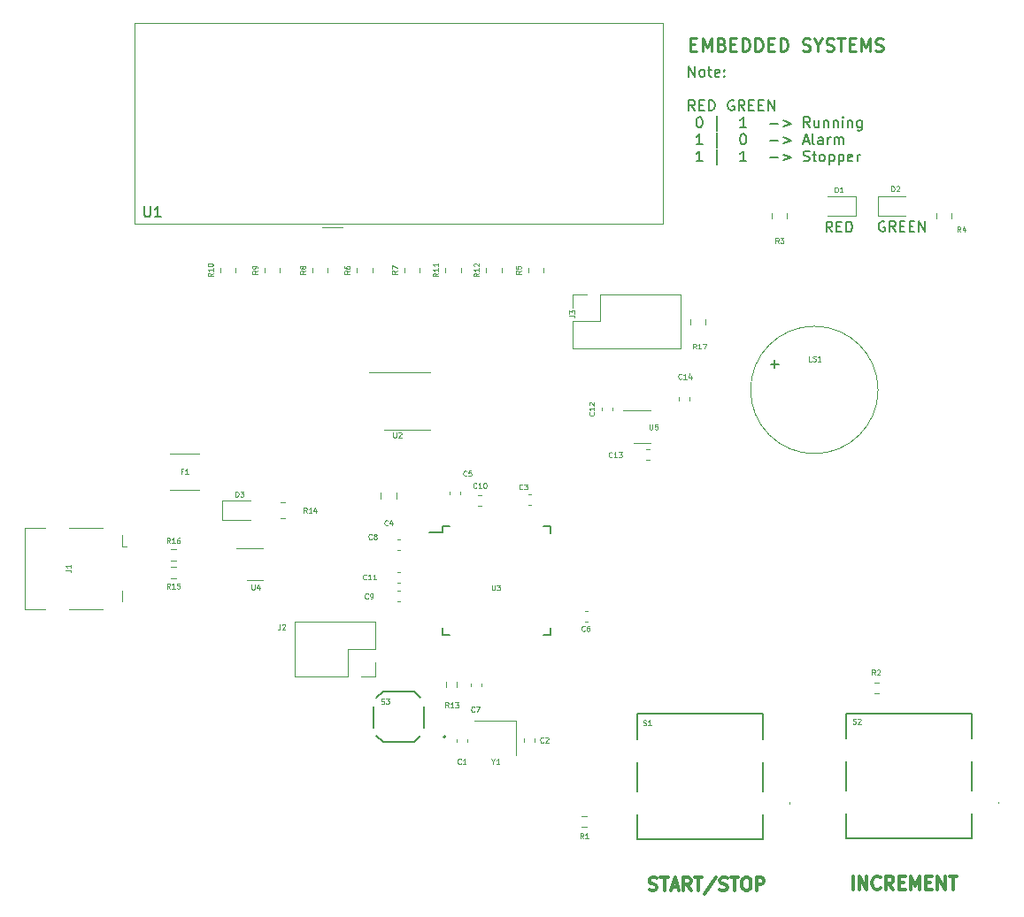
<source format=gbr>
%TF.GenerationSoftware,KiCad,Pcbnew,7.0.1*%
%TF.CreationDate,2023-04-20T18:42:27-06:00*%
%TF.ProjectId,Phase_B_Prototype,50686173-655f-4425-9f50-726f746f7479,rev?*%
%TF.SameCoordinates,Original*%
%TF.FileFunction,Legend,Top*%
%TF.FilePolarity,Positive*%
%FSLAX46Y46*%
G04 Gerber Fmt 4.6, Leading zero omitted, Abs format (unit mm)*
G04 Created by KiCad (PCBNEW 7.0.1) date 2023-04-20 18:42:27*
%MOMM*%
%LPD*%
G01*
G04 APERTURE LIST*
%ADD10C,0.150000*%
%ADD11C,0.300000*%
%ADD12C,0.250000*%
%ADD13C,0.200000*%
%ADD14C,0.125000*%
%ADD15C,0.120000*%
%ADD16C,0.127000*%
%ADD17C,0.100000*%
G04 APERTURE END LIST*
D10*
X179930323Y-61955219D02*
X179596990Y-61479028D01*
X179358895Y-61955219D02*
X179358895Y-60955219D01*
X179358895Y-60955219D02*
X179739847Y-60955219D01*
X179739847Y-60955219D02*
X179835085Y-61002838D01*
X179835085Y-61002838D02*
X179882704Y-61050457D01*
X179882704Y-61050457D02*
X179930323Y-61145695D01*
X179930323Y-61145695D02*
X179930323Y-61288552D01*
X179930323Y-61288552D02*
X179882704Y-61383790D01*
X179882704Y-61383790D02*
X179835085Y-61431409D01*
X179835085Y-61431409D02*
X179739847Y-61479028D01*
X179739847Y-61479028D02*
X179358895Y-61479028D01*
X180358895Y-61431409D02*
X180692228Y-61431409D01*
X180835085Y-61955219D02*
X180358895Y-61955219D01*
X180358895Y-61955219D02*
X180358895Y-60955219D01*
X180358895Y-60955219D02*
X180835085Y-60955219D01*
X181263657Y-61955219D02*
X181263657Y-60955219D01*
X181263657Y-60955219D02*
X181501752Y-60955219D01*
X181501752Y-60955219D02*
X181644609Y-61002838D01*
X181644609Y-61002838D02*
X181739847Y-61098076D01*
X181739847Y-61098076D02*
X181787466Y-61193314D01*
X181787466Y-61193314D02*
X181835085Y-61383790D01*
X181835085Y-61383790D02*
X181835085Y-61526647D01*
X181835085Y-61526647D02*
X181787466Y-61717123D01*
X181787466Y-61717123D02*
X181739847Y-61812361D01*
X181739847Y-61812361D02*
X181644609Y-61907600D01*
X181644609Y-61907600D02*
X181501752Y-61955219D01*
X181501752Y-61955219D02*
X181263657Y-61955219D01*
D11*
X181907619Y-124891223D02*
X181907619Y-123641223D01*
X182502857Y-124891223D02*
X182502857Y-123641223D01*
X182502857Y-123641223D02*
X183217142Y-124891223D01*
X183217142Y-124891223D02*
X183217142Y-123641223D01*
X184526666Y-124772176D02*
X184467142Y-124831700D01*
X184467142Y-124831700D02*
X184288571Y-124891223D01*
X184288571Y-124891223D02*
X184169523Y-124891223D01*
X184169523Y-124891223D02*
X183990952Y-124831700D01*
X183990952Y-124831700D02*
X183871904Y-124712652D01*
X183871904Y-124712652D02*
X183812381Y-124593604D01*
X183812381Y-124593604D02*
X183752857Y-124355509D01*
X183752857Y-124355509D02*
X183752857Y-124176938D01*
X183752857Y-124176938D02*
X183812381Y-123938842D01*
X183812381Y-123938842D02*
X183871904Y-123819795D01*
X183871904Y-123819795D02*
X183990952Y-123700747D01*
X183990952Y-123700747D02*
X184169523Y-123641223D01*
X184169523Y-123641223D02*
X184288571Y-123641223D01*
X184288571Y-123641223D02*
X184467142Y-123700747D01*
X184467142Y-123700747D02*
X184526666Y-123760271D01*
X185776666Y-124891223D02*
X185360000Y-124295985D01*
X185062381Y-124891223D02*
X185062381Y-123641223D01*
X185062381Y-123641223D02*
X185538571Y-123641223D01*
X185538571Y-123641223D02*
X185657619Y-123700747D01*
X185657619Y-123700747D02*
X185717142Y-123760271D01*
X185717142Y-123760271D02*
X185776666Y-123879319D01*
X185776666Y-123879319D02*
X185776666Y-124057890D01*
X185776666Y-124057890D02*
X185717142Y-124176938D01*
X185717142Y-124176938D02*
X185657619Y-124236461D01*
X185657619Y-124236461D02*
X185538571Y-124295985D01*
X185538571Y-124295985D02*
X185062381Y-124295985D01*
X186312381Y-124236461D02*
X186729047Y-124236461D01*
X186907619Y-124891223D02*
X186312381Y-124891223D01*
X186312381Y-124891223D02*
X186312381Y-123641223D01*
X186312381Y-123641223D02*
X186907619Y-123641223D01*
X187443333Y-124891223D02*
X187443333Y-123641223D01*
X187443333Y-123641223D02*
X187859999Y-124534080D01*
X187859999Y-124534080D02*
X188276666Y-123641223D01*
X188276666Y-123641223D02*
X188276666Y-124891223D01*
X188871904Y-124236461D02*
X189288570Y-124236461D01*
X189467142Y-124891223D02*
X188871904Y-124891223D01*
X188871904Y-124891223D02*
X188871904Y-123641223D01*
X188871904Y-123641223D02*
X189467142Y-123641223D01*
X190002856Y-124891223D02*
X190002856Y-123641223D01*
X190002856Y-123641223D02*
X190717141Y-124891223D01*
X190717141Y-124891223D02*
X190717141Y-123641223D01*
X191133808Y-123641223D02*
X191848094Y-123641223D01*
X191490951Y-124891223D02*
X191490951Y-123641223D01*
D10*
X184937304Y-60952038D02*
X184842066Y-60904419D01*
X184842066Y-60904419D02*
X184699209Y-60904419D01*
X184699209Y-60904419D02*
X184556352Y-60952038D01*
X184556352Y-60952038D02*
X184461114Y-61047276D01*
X184461114Y-61047276D02*
X184413495Y-61142514D01*
X184413495Y-61142514D02*
X184365876Y-61332990D01*
X184365876Y-61332990D02*
X184365876Y-61475847D01*
X184365876Y-61475847D02*
X184413495Y-61666323D01*
X184413495Y-61666323D02*
X184461114Y-61761561D01*
X184461114Y-61761561D02*
X184556352Y-61856800D01*
X184556352Y-61856800D02*
X184699209Y-61904419D01*
X184699209Y-61904419D02*
X184794447Y-61904419D01*
X184794447Y-61904419D02*
X184937304Y-61856800D01*
X184937304Y-61856800D02*
X184984923Y-61809180D01*
X184984923Y-61809180D02*
X184984923Y-61475847D01*
X184984923Y-61475847D02*
X184794447Y-61475847D01*
X185984923Y-61904419D02*
X185651590Y-61428228D01*
X185413495Y-61904419D02*
X185413495Y-60904419D01*
X185413495Y-60904419D02*
X185794447Y-60904419D01*
X185794447Y-60904419D02*
X185889685Y-60952038D01*
X185889685Y-60952038D02*
X185937304Y-60999657D01*
X185937304Y-60999657D02*
X185984923Y-61094895D01*
X185984923Y-61094895D02*
X185984923Y-61237752D01*
X185984923Y-61237752D02*
X185937304Y-61332990D01*
X185937304Y-61332990D02*
X185889685Y-61380609D01*
X185889685Y-61380609D02*
X185794447Y-61428228D01*
X185794447Y-61428228D02*
X185413495Y-61428228D01*
X186413495Y-61380609D02*
X186746828Y-61380609D01*
X186889685Y-61904419D02*
X186413495Y-61904419D01*
X186413495Y-61904419D02*
X186413495Y-60904419D01*
X186413495Y-60904419D02*
X186889685Y-60904419D01*
X187318257Y-61380609D02*
X187651590Y-61380609D01*
X187794447Y-61904419D02*
X187318257Y-61904419D01*
X187318257Y-61904419D02*
X187318257Y-60904419D01*
X187318257Y-60904419D02*
X187794447Y-60904419D01*
X188223019Y-61904419D02*
X188223019Y-60904419D01*
X188223019Y-60904419D02*
X188794447Y-61904419D01*
X188794447Y-61904419D02*
X188794447Y-60904419D01*
D12*
X166388219Y-43997861D02*
X166804885Y-43997861D01*
X166983457Y-44652623D02*
X166388219Y-44652623D01*
X166388219Y-44652623D02*
X166388219Y-43402623D01*
X166388219Y-43402623D02*
X166983457Y-43402623D01*
X167519171Y-44652623D02*
X167519171Y-43402623D01*
X167519171Y-43402623D02*
X167935837Y-44295480D01*
X167935837Y-44295480D02*
X168352504Y-43402623D01*
X168352504Y-43402623D02*
X168352504Y-44652623D01*
X169364408Y-43997861D02*
X169542980Y-44057385D01*
X169542980Y-44057385D02*
X169602503Y-44116909D01*
X169602503Y-44116909D02*
X169662027Y-44235957D01*
X169662027Y-44235957D02*
X169662027Y-44414528D01*
X169662027Y-44414528D02*
X169602503Y-44533576D01*
X169602503Y-44533576D02*
X169542980Y-44593100D01*
X169542980Y-44593100D02*
X169423932Y-44652623D01*
X169423932Y-44652623D02*
X168947742Y-44652623D01*
X168947742Y-44652623D02*
X168947742Y-43402623D01*
X168947742Y-43402623D02*
X169364408Y-43402623D01*
X169364408Y-43402623D02*
X169483456Y-43462147D01*
X169483456Y-43462147D02*
X169542980Y-43521671D01*
X169542980Y-43521671D02*
X169602503Y-43640719D01*
X169602503Y-43640719D02*
X169602503Y-43759766D01*
X169602503Y-43759766D02*
X169542980Y-43878814D01*
X169542980Y-43878814D02*
X169483456Y-43938338D01*
X169483456Y-43938338D02*
X169364408Y-43997861D01*
X169364408Y-43997861D02*
X168947742Y-43997861D01*
X170197742Y-43997861D02*
X170614408Y-43997861D01*
X170792980Y-44652623D02*
X170197742Y-44652623D01*
X170197742Y-44652623D02*
X170197742Y-43402623D01*
X170197742Y-43402623D02*
X170792980Y-43402623D01*
X171328694Y-44652623D02*
X171328694Y-43402623D01*
X171328694Y-43402623D02*
X171626313Y-43402623D01*
X171626313Y-43402623D02*
X171804884Y-43462147D01*
X171804884Y-43462147D02*
X171923932Y-43581195D01*
X171923932Y-43581195D02*
X171983455Y-43700242D01*
X171983455Y-43700242D02*
X172042979Y-43938338D01*
X172042979Y-43938338D02*
X172042979Y-44116909D01*
X172042979Y-44116909D02*
X171983455Y-44355004D01*
X171983455Y-44355004D02*
X171923932Y-44474052D01*
X171923932Y-44474052D02*
X171804884Y-44593100D01*
X171804884Y-44593100D02*
X171626313Y-44652623D01*
X171626313Y-44652623D02*
X171328694Y-44652623D01*
X172578694Y-44652623D02*
X172578694Y-43402623D01*
X172578694Y-43402623D02*
X172876313Y-43402623D01*
X172876313Y-43402623D02*
X173054884Y-43462147D01*
X173054884Y-43462147D02*
X173173932Y-43581195D01*
X173173932Y-43581195D02*
X173233455Y-43700242D01*
X173233455Y-43700242D02*
X173292979Y-43938338D01*
X173292979Y-43938338D02*
X173292979Y-44116909D01*
X173292979Y-44116909D02*
X173233455Y-44355004D01*
X173233455Y-44355004D02*
X173173932Y-44474052D01*
X173173932Y-44474052D02*
X173054884Y-44593100D01*
X173054884Y-44593100D02*
X172876313Y-44652623D01*
X172876313Y-44652623D02*
X172578694Y-44652623D01*
X173828694Y-43997861D02*
X174245360Y-43997861D01*
X174423932Y-44652623D02*
X173828694Y-44652623D01*
X173828694Y-44652623D02*
X173828694Y-43402623D01*
X173828694Y-43402623D02*
X174423932Y-43402623D01*
X174959646Y-44652623D02*
X174959646Y-43402623D01*
X174959646Y-43402623D02*
X175257265Y-43402623D01*
X175257265Y-43402623D02*
X175435836Y-43462147D01*
X175435836Y-43462147D02*
X175554884Y-43581195D01*
X175554884Y-43581195D02*
X175614407Y-43700242D01*
X175614407Y-43700242D02*
X175673931Y-43938338D01*
X175673931Y-43938338D02*
X175673931Y-44116909D01*
X175673931Y-44116909D02*
X175614407Y-44355004D01*
X175614407Y-44355004D02*
X175554884Y-44474052D01*
X175554884Y-44474052D02*
X175435836Y-44593100D01*
X175435836Y-44593100D02*
X175257265Y-44652623D01*
X175257265Y-44652623D02*
X174959646Y-44652623D01*
X177102503Y-44593100D02*
X177281074Y-44652623D01*
X177281074Y-44652623D02*
X177578693Y-44652623D01*
X177578693Y-44652623D02*
X177697741Y-44593100D01*
X177697741Y-44593100D02*
X177757265Y-44533576D01*
X177757265Y-44533576D02*
X177816788Y-44414528D01*
X177816788Y-44414528D02*
X177816788Y-44295480D01*
X177816788Y-44295480D02*
X177757265Y-44176433D01*
X177757265Y-44176433D02*
X177697741Y-44116909D01*
X177697741Y-44116909D02*
X177578693Y-44057385D01*
X177578693Y-44057385D02*
X177340598Y-43997861D01*
X177340598Y-43997861D02*
X177221550Y-43938338D01*
X177221550Y-43938338D02*
X177162027Y-43878814D01*
X177162027Y-43878814D02*
X177102503Y-43759766D01*
X177102503Y-43759766D02*
X177102503Y-43640719D01*
X177102503Y-43640719D02*
X177162027Y-43521671D01*
X177162027Y-43521671D02*
X177221550Y-43462147D01*
X177221550Y-43462147D02*
X177340598Y-43402623D01*
X177340598Y-43402623D02*
X177638217Y-43402623D01*
X177638217Y-43402623D02*
X177816788Y-43462147D01*
X178590598Y-44057385D02*
X178590598Y-44652623D01*
X178173931Y-43402623D02*
X178590598Y-44057385D01*
X178590598Y-44057385D02*
X179007264Y-43402623D01*
X179364408Y-44593100D02*
X179542979Y-44652623D01*
X179542979Y-44652623D02*
X179840598Y-44652623D01*
X179840598Y-44652623D02*
X179959646Y-44593100D01*
X179959646Y-44593100D02*
X180019170Y-44533576D01*
X180019170Y-44533576D02*
X180078693Y-44414528D01*
X180078693Y-44414528D02*
X180078693Y-44295480D01*
X180078693Y-44295480D02*
X180019170Y-44176433D01*
X180019170Y-44176433D02*
X179959646Y-44116909D01*
X179959646Y-44116909D02*
X179840598Y-44057385D01*
X179840598Y-44057385D02*
X179602503Y-43997861D01*
X179602503Y-43997861D02*
X179483455Y-43938338D01*
X179483455Y-43938338D02*
X179423932Y-43878814D01*
X179423932Y-43878814D02*
X179364408Y-43759766D01*
X179364408Y-43759766D02*
X179364408Y-43640719D01*
X179364408Y-43640719D02*
X179423932Y-43521671D01*
X179423932Y-43521671D02*
X179483455Y-43462147D01*
X179483455Y-43462147D02*
X179602503Y-43402623D01*
X179602503Y-43402623D02*
X179900122Y-43402623D01*
X179900122Y-43402623D02*
X180078693Y-43462147D01*
X180435836Y-43402623D02*
X181150122Y-43402623D01*
X180792979Y-44652623D02*
X180792979Y-43402623D01*
X181566789Y-43997861D02*
X181983455Y-43997861D01*
X182162027Y-44652623D02*
X181566789Y-44652623D01*
X181566789Y-44652623D02*
X181566789Y-43402623D01*
X181566789Y-43402623D02*
X182162027Y-43402623D01*
X182697741Y-44652623D02*
X182697741Y-43402623D01*
X182697741Y-43402623D02*
X183114407Y-44295480D01*
X183114407Y-44295480D02*
X183531074Y-43402623D01*
X183531074Y-43402623D02*
X183531074Y-44652623D01*
X184066788Y-44593100D02*
X184245359Y-44652623D01*
X184245359Y-44652623D02*
X184542978Y-44652623D01*
X184542978Y-44652623D02*
X184662026Y-44593100D01*
X184662026Y-44593100D02*
X184721550Y-44533576D01*
X184721550Y-44533576D02*
X184781073Y-44414528D01*
X184781073Y-44414528D02*
X184781073Y-44295480D01*
X184781073Y-44295480D02*
X184721550Y-44176433D01*
X184721550Y-44176433D02*
X184662026Y-44116909D01*
X184662026Y-44116909D02*
X184542978Y-44057385D01*
X184542978Y-44057385D02*
X184304883Y-43997861D01*
X184304883Y-43997861D02*
X184185835Y-43938338D01*
X184185835Y-43938338D02*
X184126312Y-43878814D01*
X184126312Y-43878814D02*
X184066788Y-43759766D01*
X184066788Y-43759766D02*
X184066788Y-43640719D01*
X184066788Y-43640719D02*
X184126312Y-43521671D01*
X184126312Y-43521671D02*
X184185835Y-43462147D01*
X184185835Y-43462147D02*
X184304883Y-43402623D01*
X184304883Y-43402623D02*
X184602502Y-43402623D01*
X184602502Y-43402623D02*
X184781073Y-43462147D01*
D11*
X162442495Y-124933300D02*
X162621066Y-124992823D01*
X162621066Y-124992823D02*
X162918685Y-124992823D01*
X162918685Y-124992823D02*
X163037733Y-124933300D01*
X163037733Y-124933300D02*
X163097257Y-124873776D01*
X163097257Y-124873776D02*
X163156780Y-124754728D01*
X163156780Y-124754728D02*
X163156780Y-124635680D01*
X163156780Y-124635680D02*
X163097257Y-124516633D01*
X163097257Y-124516633D02*
X163037733Y-124457109D01*
X163037733Y-124457109D02*
X162918685Y-124397585D01*
X162918685Y-124397585D02*
X162680590Y-124338061D01*
X162680590Y-124338061D02*
X162561542Y-124278538D01*
X162561542Y-124278538D02*
X162502019Y-124219014D01*
X162502019Y-124219014D02*
X162442495Y-124099966D01*
X162442495Y-124099966D02*
X162442495Y-123980919D01*
X162442495Y-123980919D02*
X162502019Y-123861871D01*
X162502019Y-123861871D02*
X162561542Y-123802347D01*
X162561542Y-123802347D02*
X162680590Y-123742823D01*
X162680590Y-123742823D02*
X162978209Y-123742823D01*
X162978209Y-123742823D02*
X163156780Y-123802347D01*
X163513923Y-123742823D02*
X164228209Y-123742823D01*
X163871066Y-124992823D02*
X163871066Y-123742823D01*
X164585352Y-124635680D02*
X165180590Y-124635680D01*
X164466304Y-124992823D02*
X164882971Y-123742823D01*
X164882971Y-123742823D02*
X165299637Y-124992823D01*
X166430590Y-124992823D02*
X166013924Y-124397585D01*
X165716305Y-124992823D02*
X165716305Y-123742823D01*
X165716305Y-123742823D02*
X166192495Y-123742823D01*
X166192495Y-123742823D02*
X166311543Y-123802347D01*
X166311543Y-123802347D02*
X166371066Y-123861871D01*
X166371066Y-123861871D02*
X166430590Y-123980919D01*
X166430590Y-123980919D02*
X166430590Y-124159490D01*
X166430590Y-124159490D02*
X166371066Y-124278538D01*
X166371066Y-124278538D02*
X166311543Y-124338061D01*
X166311543Y-124338061D02*
X166192495Y-124397585D01*
X166192495Y-124397585D02*
X165716305Y-124397585D01*
X166787733Y-123742823D02*
X167502019Y-123742823D01*
X167144876Y-124992823D02*
X167144876Y-123742823D01*
X168811543Y-123683300D02*
X167740114Y-125290442D01*
X169168686Y-124933300D02*
X169347257Y-124992823D01*
X169347257Y-124992823D02*
X169644876Y-124992823D01*
X169644876Y-124992823D02*
X169763924Y-124933300D01*
X169763924Y-124933300D02*
X169823448Y-124873776D01*
X169823448Y-124873776D02*
X169882971Y-124754728D01*
X169882971Y-124754728D02*
X169882971Y-124635680D01*
X169882971Y-124635680D02*
X169823448Y-124516633D01*
X169823448Y-124516633D02*
X169763924Y-124457109D01*
X169763924Y-124457109D02*
X169644876Y-124397585D01*
X169644876Y-124397585D02*
X169406781Y-124338061D01*
X169406781Y-124338061D02*
X169287733Y-124278538D01*
X169287733Y-124278538D02*
X169228210Y-124219014D01*
X169228210Y-124219014D02*
X169168686Y-124099966D01*
X169168686Y-124099966D02*
X169168686Y-123980919D01*
X169168686Y-123980919D02*
X169228210Y-123861871D01*
X169228210Y-123861871D02*
X169287733Y-123802347D01*
X169287733Y-123802347D02*
X169406781Y-123742823D01*
X169406781Y-123742823D02*
X169704400Y-123742823D01*
X169704400Y-123742823D02*
X169882971Y-123802347D01*
X170240114Y-123742823D02*
X170954400Y-123742823D01*
X170597257Y-124992823D02*
X170597257Y-123742823D01*
X171609162Y-123742823D02*
X171847257Y-123742823D01*
X171847257Y-123742823D02*
X171966305Y-123802347D01*
X171966305Y-123802347D02*
X172085352Y-123921395D01*
X172085352Y-123921395D02*
X172144876Y-124159490D01*
X172144876Y-124159490D02*
X172144876Y-124576157D01*
X172144876Y-124576157D02*
X172085352Y-124814252D01*
X172085352Y-124814252D02*
X171966305Y-124933300D01*
X171966305Y-124933300D02*
X171847257Y-124992823D01*
X171847257Y-124992823D02*
X171609162Y-124992823D01*
X171609162Y-124992823D02*
X171490114Y-124933300D01*
X171490114Y-124933300D02*
X171371067Y-124814252D01*
X171371067Y-124814252D02*
X171311543Y-124576157D01*
X171311543Y-124576157D02*
X171311543Y-124159490D01*
X171311543Y-124159490D02*
X171371067Y-123921395D01*
X171371067Y-123921395D02*
X171490114Y-123802347D01*
X171490114Y-123802347D02*
X171609162Y-123742823D01*
X172680591Y-124992823D02*
X172680591Y-123742823D01*
X172680591Y-123742823D02*
X173156781Y-123742823D01*
X173156781Y-123742823D02*
X173275829Y-123802347D01*
X173275829Y-123802347D02*
X173335352Y-123861871D01*
X173335352Y-123861871D02*
X173394876Y-123980919D01*
X173394876Y-123980919D02*
X173394876Y-124159490D01*
X173394876Y-124159490D02*
X173335352Y-124278538D01*
X173335352Y-124278538D02*
X173275829Y-124338061D01*
X173275829Y-124338061D02*
X173156781Y-124397585D01*
X173156781Y-124397585D02*
X172680591Y-124397585D01*
D13*
X166227095Y-47073419D02*
X166227095Y-46073419D01*
X166227095Y-46073419D02*
X166798523Y-47073419D01*
X166798523Y-47073419D02*
X166798523Y-46073419D01*
X167417571Y-47073419D02*
X167322333Y-47025800D01*
X167322333Y-47025800D02*
X167274714Y-46978180D01*
X167274714Y-46978180D02*
X167227095Y-46882942D01*
X167227095Y-46882942D02*
X167227095Y-46597228D01*
X167227095Y-46597228D02*
X167274714Y-46501990D01*
X167274714Y-46501990D02*
X167322333Y-46454371D01*
X167322333Y-46454371D02*
X167417571Y-46406752D01*
X167417571Y-46406752D02*
X167560428Y-46406752D01*
X167560428Y-46406752D02*
X167655666Y-46454371D01*
X167655666Y-46454371D02*
X167703285Y-46501990D01*
X167703285Y-46501990D02*
X167750904Y-46597228D01*
X167750904Y-46597228D02*
X167750904Y-46882942D01*
X167750904Y-46882942D02*
X167703285Y-46978180D01*
X167703285Y-46978180D02*
X167655666Y-47025800D01*
X167655666Y-47025800D02*
X167560428Y-47073419D01*
X167560428Y-47073419D02*
X167417571Y-47073419D01*
X168036619Y-46406752D02*
X168417571Y-46406752D01*
X168179476Y-46073419D02*
X168179476Y-46930561D01*
X168179476Y-46930561D02*
X168227095Y-47025800D01*
X168227095Y-47025800D02*
X168322333Y-47073419D01*
X168322333Y-47073419D02*
X168417571Y-47073419D01*
X169131857Y-47025800D02*
X169036619Y-47073419D01*
X169036619Y-47073419D02*
X168846143Y-47073419D01*
X168846143Y-47073419D02*
X168750905Y-47025800D01*
X168750905Y-47025800D02*
X168703286Y-46930561D01*
X168703286Y-46930561D02*
X168703286Y-46549609D01*
X168703286Y-46549609D02*
X168750905Y-46454371D01*
X168750905Y-46454371D02*
X168846143Y-46406752D01*
X168846143Y-46406752D02*
X169036619Y-46406752D01*
X169036619Y-46406752D02*
X169131857Y-46454371D01*
X169131857Y-46454371D02*
X169179476Y-46549609D01*
X169179476Y-46549609D02*
X169179476Y-46644847D01*
X169179476Y-46644847D02*
X168703286Y-46740085D01*
X169608048Y-46978180D02*
X169655667Y-47025800D01*
X169655667Y-47025800D02*
X169608048Y-47073419D01*
X169608048Y-47073419D02*
X169560429Y-47025800D01*
X169560429Y-47025800D02*
X169608048Y-46978180D01*
X169608048Y-46978180D02*
X169608048Y-47073419D01*
X169608048Y-46454371D02*
X169655667Y-46501990D01*
X169655667Y-46501990D02*
X169608048Y-46549609D01*
X169608048Y-46549609D02*
X169560429Y-46501990D01*
X169560429Y-46501990D02*
X169608048Y-46454371D01*
X169608048Y-46454371D02*
X169608048Y-46549609D01*
X166798523Y-50313419D02*
X166465190Y-49837228D01*
X166227095Y-50313419D02*
X166227095Y-49313419D01*
X166227095Y-49313419D02*
X166608047Y-49313419D01*
X166608047Y-49313419D02*
X166703285Y-49361038D01*
X166703285Y-49361038D02*
X166750904Y-49408657D01*
X166750904Y-49408657D02*
X166798523Y-49503895D01*
X166798523Y-49503895D02*
X166798523Y-49646752D01*
X166798523Y-49646752D02*
X166750904Y-49741990D01*
X166750904Y-49741990D02*
X166703285Y-49789609D01*
X166703285Y-49789609D02*
X166608047Y-49837228D01*
X166608047Y-49837228D02*
X166227095Y-49837228D01*
X167227095Y-49789609D02*
X167560428Y-49789609D01*
X167703285Y-50313419D02*
X167227095Y-50313419D01*
X167227095Y-50313419D02*
X167227095Y-49313419D01*
X167227095Y-49313419D02*
X167703285Y-49313419D01*
X168131857Y-50313419D02*
X168131857Y-49313419D01*
X168131857Y-49313419D02*
X168369952Y-49313419D01*
X168369952Y-49313419D02*
X168512809Y-49361038D01*
X168512809Y-49361038D02*
X168608047Y-49456276D01*
X168608047Y-49456276D02*
X168655666Y-49551514D01*
X168655666Y-49551514D02*
X168703285Y-49741990D01*
X168703285Y-49741990D02*
X168703285Y-49884847D01*
X168703285Y-49884847D02*
X168655666Y-50075323D01*
X168655666Y-50075323D02*
X168608047Y-50170561D01*
X168608047Y-50170561D02*
X168512809Y-50265800D01*
X168512809Y-50265800D02*
X168369952Y-50313419D01*
X168369952Y-50313419D02*
X168131857Y-50313419D01*
X170512808Y-49361038D02*
X170417570Y-49313419D01*
X170417570Y-49313419D02*
X170274713Y-49313419D01*
X170274713Y-49313419D02*
X170131856Y-49361038D01*
X170131856Y-49361038D02*
X170036618Y-49456276D01*
X170036618Y-49456276D02*
X169988999Y-49551514D01*
X169988999Y-49551514D02*
X169941380Y-49741990D01*
X169941380Y-49741990D02*
X169941380Y-49884847D01*
X169941380Y-49884847D02*
X169988999Y-50075323D01*
X169988999Y-50075323D02*
X170036618Y-50170561D01*
X170036618Y-50170561D02*
X170131856Y-50265800D01*
X170131856Y-50265800D02*
X170274713Y-50313419D01*
X170274713Y-50313419D02*
X170369951Y-50313419D01*
X170369951Y-50313419D02*
X170512808Y-50265800D01*
X170512808Y-50265800D02*
X170560427Y-50218180D01*
X170560427Y-50218180D02*
X170560427Y-49884847D01*
X170560427Y-49884847D02*
X170369951Y-49884847D01*
X171560427Y-50313419D02*
X171227094Y-49837228D01*
X170988999Y-50313419D02*
X170988999Y-49313419D01*
X170988999Y-49313419D02*
X171369951Y-49313419D01*
X171369951Y-49313419D02*
X171465189Y-49361038D01*
X171465189Y-49361038D02*
X171512808Y-49408657D01*
X171512808Y-49408657D02*
X171560427Y-49503895D01*
X171560427Y-49503895D02*
X171560427Y-49646752D01*
X171560427Y-49646752D02*
X171512808Y-49741990D01*
X171512808Y-49741990D02*
X171465189Y-49789609D01*
X171465189Y-49789609D02*
X171369951Y-49837228D01*
X171369951Y-49837228D02*
X170988999Y-49837228D01*
X171988999Y-49789609D02*
X172322332Y-49789609D01*
X172465189Y-50313419D02*
X171988999Y-50313419D01*
X171988999Y-50313419D02*
X171988999Y-49313419D01*
X171988999Y-49313419D02*
X172465189Y-49313419D01*
X172893761Y-49789609D02*
X173227094Y-49789609D01*
X173369951Y-50313419D02*
X172893761Y-50313419D01*
X172893761Y-50313419D02*
X172893761Y-49313419D01*
X172893761Y-49313419D02*
X173369951Y-49313419D01*
X173798523Y-50313419D02*
X173798523Y-49313419D01*
X173798523Y-49313419D02*
X174369951Y-50313419D01*
X174369951Y-50313419D02*
X174369951Y-49313419D01*
X167179476Y-50933419D02*
X167274714Y-50933419D01*
X167274714Y-50933419D02*
X167369952Y-50981038D01*
X167369952Y-50981038D02*
X167417571Y-51028657D01*
X167417571Y-51028657D02*
X167465190Y-51123895D01*
X167465190Y-51123895D02*
X167512809Y-51314371D01*
X167512809Y-51314371D02*
X167512809Y-51552466D01*
X167512809Y-51552466D02*
X167465190Y-51742942D01*
X167465190Y-51742942D02*
X167417571Y-51838180D01*
X167417571Y-51838180D02*
X167369952Y-51885800D01*
X167369952Y-51885800D02*
X167274714Y-51933419D01*
X167274714Y-51933419D02*
X167179476Y-51933419D01*
X167179476Y-51933419D02*
X167084238Y-51885800D01*
X167084238Y-51885800D02*
X167036619Y-51838180D01*
X167036619Y-51838180D02*
X166989000Y-51742942D01*
X166989000Y-51742942D02*
X166941381Y-51552466D01*
X166941381Y-51552466D02*
X166941381Y-51314371D01*
X166941381Y-51314371D02*
X166989000Y-51123895D01*
X166989000Y-51123895D02*
X167036619Y-51028657D01*
X167036619Y-51028657D02*
X167084238Y-50981038D01*
X167084238Y-50981038D02*
X167179476Y-50933419D01*
X168941381Y-52266752D02*
X168941381Y-50838180D01*
X171703286Y-51933419D02*
X171131858Y-51933419D01*
X171417572Y-51933419D02*
X171417572Y-50933419D01*
X171417572Y-50933419D02*
X171322334Y-51076276D01*
X171322334Y-51076276D02*
X171227096Y-51171514D01*
X171227096Y-51171514D02*
X171131858Y-51219133D01*
X173988999Y-51552466D02*
X174750904Y-51552466D01*
X175227094Y-51266752D02*
X175988999Y-51552466D01*
X175988999Y-51552466D02*
X175227094Y-51838180D01*
X177798522Y-51933419D02*
X177465189Y-51457228D01*
X177227094Y-51933419D02*
X177227094Y-50933419D01*
X177227094Y-50933419D02*
X177608046Y-50933419D01*
X177608046Y-50933419D02*
X177703284Y-50981038D01*
X177703284Y-50981038D02*
X177750903Y-51028657D01*
X177750903Y-51028657D02*
X177798522Y-51123895D01*
X177798522Y-51123895D02*
X177798522Y-51266752D01*
X177798522Y-51266752D02*
X177750903Y-51361990D01*
X177750903Y-51361990D02*
X177703284Y-51409609D01*
X177703284Y-51409609D02*
X177608046Y-51457228D01*
X177608046Y-51457228D02*
X177227094Y-51457228D01*
X178655665Y-51266752D02*
X178655665Y-51933419D01*
X178227094Y-51266752D02*
X178227094Y-51790561D01*
X178227094Y-51790561D02*
X178274713Y-51885800D01*
X178274713Y-51885800D02*
X178369951Y-51933419D01*
X178369951Y-51933419D02*
X178512808Y-51933419D01*
X178512808Y-51933419D02*
X178608046Y-51885800D01*
X178608046Y-51885800D02*
X178655665Y-51838180D01*
X179131856Y-51266752D02*
X179131856Y-51933419D01*
X179131856Y-51361990D02*
X179179475Y-51314371D01*
X179179475Y-51314371D02*
X179274713Y-51266752D01*
X179274713Y-51266752D02*
X179417570Y-51266752D01*
X179417570Y-51266752D02*
X179512808Y-51314371D01*
X179512808Y-51314371D02*
X179560427Y-51409609D01*
X179560427Y-51409609D02*
X179560427Y-51933419D01*
X180036618Y-51266752D02*
X180036618Y-51933419D01*
X180036618Y-51361990D02*
X180084237Y-51314371D01*
X180084237Y-51314371D02*
X180179475Y-51266752D01*
X180179475Y-51266752D02*
X180322332Y-51266752D01*
X180322332Y-51266752D02*
X180417570Y-51314371D01*
X180417570Y-51314371D02*
X180465189Y-51409609D01*
X180465189Y-51409609D02*
X180465189Y-51933419D01*
X180941380Y-51933419D02*
X180941380Y-51266752D01*
X180941380Y-50933419D02*
X180893761Y-50981038D01*
X180893761Y-50981038D02*
X180941380Y-51028657D01*
X180941380Y-51028657D02*
X180988999Y-50981038D01*
X180988999Y-50981038D02*
X180941380Y-50933419D01*
X180941380Y-50933419D02*
X180941380Y-51028657D01*
X181417570Y-51266752D02*
X181417570Y-51933419D01*
X181417570Y-51361990D02*
X181465189Y-51314371D01*
X181465189Y-51314371D02*
X181560427Y-51266752D01*
X181560427Y-51266752D02*
X181703284Y-51266752D01*
X181703284Y-51266752D02*
X181798522Y-51314371D01*
X181798522Y-51314371D02*
X181846141Y-51409609D01*
X181846141Y-51409609D02*
X181846141Y-51933419D01*
X182750903Y-51266752D02*
X182750903Y-52076276D01*
X182750903Y-52076276D02*
X182703284Y-52171514D01*
X182703284Y-52171514D02*
X182655665Y-52219133D01*
X182655665Y-52219133D02*
X182560427Y-52266752D01*
X182560427Y-52266752D02*
X182417570Y-52266752D01*
X182417570Y-52266752D02*
X182322332Y-52219133D01*
X182750903Y-51885800D02*
X182655665Y-51933419D01*
X182655665Y-51933419D02*
X182465189Y-51933419D01*
X182465189Y-51933419D02*
X182369951Y-51885800D01*
X182369951Y-51885800D02*
X182322332Y-51838180D01*
X182322332Y-51838180D02*
X182274713Y-51742942D01*
X182274713Y-51742942D02*
X182274713Y-51457228D01*
X182274713Y-51457228D02*
X182322332Y-51361990D01*
X182322332Y-51361990D02*
X182369951Y-51314371D01*
X182369951Y-51314371D02*
X182465189Y-51266752D01*
X182465189Y-51266752D02*
X182655665Y-51266752D01*
X182655665Y-51266752D02*
X182750903Y-51314371D01*
X167512809Y-53553419D02*
X166941381Y-53553419D01*
X167227095Y-53553419D02*
X167227095Y-52553419D01*
X167227095Y-52553419D02*
X167131857Y-52696276D01*
X167131857Y-52696276D02*
X167036619Y-52791514D01*
X167036619Y-52791514D02*
X166941381Y-52839133D01*
X168941381Y-53886752D02*
X168941381Y-52458180D01*
X171369953Y-52553419D02*
X171465191Y-52553419D01*
X171465191Y-52553419D02*
X171560429Y-52601038D01*
X171560429Y-52601038D02*
X171608048Y-52648657D01*
X171608048Y-52648657D02*
X171655667Y-52743895D01*
X171655667Y-52743895D02*
X171703286Y-52934371D01*
X171703286Y-52934371D02*
X171703286Y-53172466D01*
X171703286Y-53172466D02*
X171655667Y-53362942D01*
X171655667Y-53362942D02*
X171608048Y-53458180D01*
X171608048Y-53458180D02*
X171560429Y-53505800D01*
X171560429Y-53505800D02*
X171465191Y-53553419D01*
X171465191Y-53553419D02*
X171369953Y-53553419D01*
X171369953Y-53553419D02*
X171274715Y-53505800D01*
X171274715Y-53505800D02*
X171227096Y-53458180D01*
X171227096Y-53458180D02*
X171179477Y-53362942D01*
X171179477Y-53362942D02*
X171131858Y-53172466D01*
X171131858Y-53172466D02*
X171131858Y-52934371D01*
X171131858Y-52934371D02*
X171179477Y-52743895D01*
X171179477Y-52743895D02*
X171227096Y-52648657D01*
X171227096Y-52648657D02*
X171274715Y-52601038D01*
X171274715Y-52601038D02*
X171369953Y-52553419D01*
X173988999Y-53172466D02*
X174750904Y-53172466D01*
X175227094Y-52886752D02*
X175988999Y-53172466D01*
X175988999Y-53172466D02*
X175227094Y-53458180D01*
X177179475Y-53267704D02*
X177655665Y-53267704D01*
X177084237Y-53553419D02*
X177417570Y-52553419D01*
X177417570Y-52553419D02*
X177750903Y-53553419D01*
X178227094Y-53553419D02*
X178131856Y-53505800D01*
X178131856Y-53505800D02*
X178084237Y-53410561D01*
X178084237Y-53410561D02*
X178084237Y-52553419D01*
X179036618Y-53553419D02*
X179036618Y-53029609D01*
X179036618Y-53029609D02*
X178988999Y-52934371D01*
X178988999Y-52934371D02*
X178893761Y-52886752D01*
X178893761Y-52886752D02*
X178703285Y-52886752D01*
X178703285Y-52886752D02*
X178608047Y-52934371D01*
X179036618Y-53505800D02*
X178941380Y-53553419D01*
X178941380Y-53553419D02*
X178703285Y-53553419D01*
X178703285Y-53553419D02*
X178608047Y-53505800D01*
X178608047Y-53505800D02*
X178560428Y-53410561D01*
X178560428Y-53410561D02*
X178560428Y-53315323D01*
X178560428Y-53315323D02*
X178608047Y-53220085D01*
X178608047Y-53220085D02*
X178703285Y-53172466D01*
X178703285Y-53172466D02*
X178941380Y-53172466D01*
X178941380Y-53172466D02*
X179036618Y-53124847D01*
X179512809Y-53553419D02*
X179512809Y-52886752D01*
X179512809Y-53077228D02*
X179560428Y-52981990D01*
X179560428Y-52981990D02*
X179608047Y-52934371D01*
X179608047Y-52934371D02*
X179703285Y-52886752D01*
X179703285Y-52886752D02*
X179798523Y-52886752D01*
X180131857Y-53553419D02*
X180131857Y-52886752D01*
X180131857Y-52981990D02*
X180179476Y-52934371D01*
X180179476Y-52934371D02*
X180274714Y-52886752D01*
X180274714Y-52886752D02*
X180417571Y-52886752D01*
X180417571Y-52886752D02*
X180512809Y-52934371D01*
X180512809Y-52934371D02*
X180560428Y-53029609D01*
X180560428Y-53029609D02*
X180560428Y-53553419D01*
X180560428Y-53029609D02*
X180608047Y-52934371D01*
X180608047Y-52934371D02*
X180703285Y-52886752D01*
X180703285Y-52886752D02*
X180846142Y-52886752D01*
X180846142Y-52886752D02*
X180941381Y-52934371D01*
X180941381Y-52934371D02*
X180989000Y-53029609D01*
X180989000Y-53029609D02*
X180989000Y-53553419D01*
X167512809Y-55173419D02*
X166941381Y-55173419D01*
X167227095Y-55173419D02*
X167227095Y-54173419D01*
X167227095Y-54173419D02*
X167131857Y-54316276D01*
X167131857Y-54316276D02*
X167036619Y-54411514D01*
X167036619Y-54411514D02*
X166941381Y-54459133D01*
X168941381Y-55506752D02*
X168941381Y-54078180D01*
X171703286Y-55173419D02*
X171131858Y-55173419D01*
X171417572Y-55173419D02*
X171417572Y-54173419D01*
X171417572Y-54173419D02*
X171322334Y-54316276D01*
X171322334Y-54316276D02*
X171227096Y-54411514D01*
X171227096Y-54411514D02*
X171131858Y-54459133D01*
X173988999Y-54792466D02*
X174750904Y-54792466D01*
X175227094Y-54506752D02*
X175988999Y-54792466D01*
X175988999Y-54792466D02*
X175227094Y-55078180D01*
X177179475Y-55125800D02*
X177322332Y-55173419D01*
X177322332Y-55173419D02*
X177560427Y-55173419D01*
X177560427Y-55173419D02*
X177655665Y-55125800D01*
X177655665Y-55125800D02*
X177703284Y-55078180D01*
X177703284Y-55078180D02*
X177750903Y-54982942D01*
X177750903Y-54982942D02*
X177750903Y-54887704D01*
X177750903Y-54887704D02*
X177703284Y-54792466D01*
X177703284Y-54792466D02*
X177655665Y-54744847D01*
X177655665Y-54744847D02*
X177560427Y-54697228D01*
X177560427Y-54697228D02*
X177369951Y-54649609D01*
X177369951Y-54649609D02*
X177274713Y-54601990D01*
X177274713Y-54601990D02*
X177227094Y-54554371D01*
X177227094Y-54554371D02*
X177179475Y-54459133D01*
X177179475Y-54459133D02*
X177179475Y-54363895D01*
X177179475Y-54363895D02*
X177227094Y-54268657D01*
X177227094Y-54268657D02*
X177274713Y-54221038D01*
X177274713Y-54221038D02*
X177369951Y-54173419D01*
X177369951Y-54173419D02*
X177608046Y-54173419D01*
X177608046Y-54173419D02*
X177750903Y-54221038D01*
X178036618Y-54506752D02*
X178417570Y-54506752D01*
X178179475Y-54173419D02*
X178179475Y-55030561D01*
X178179475Y-55030561D02*
X178227094Y-55125800D01*
X178227094Y-55125800D02*
X178322332Y-55173419D01*
X178322332Y-55173419D02*
X178417570Y-55173419D01*
X178893761Y-55173419D02*
X178798523Y-55125800D01*
X178798523Y-55125800D02*
X178750904Y-55078180D01*
X178750904Y-55078180D02*
X178703285Y-54982942D01*
X178703285Y-54982942D02*
X178703285Y-54697228D01*
X178703285Y-54697228D02*
X178750904Y-54601990D01*
X178750904Y-54601990D02*
X178798523Y-54554371D01*
X178798523Y-54554371D02*
X178893761Y-54506752D01*
X178893761Y-54506752D02*
X179036618Y-54506752D01*
X179036618Y-54506752D02*
X179131856Y-54554371D01*
X179131856Y-54554371D02*
X179179475Y-54601990D01*
X179179475Y-54601990D02*
X179227094Y-54697228D01*
X179227094Y-54697228D02*
X179227094Y-54982942D01*
X179227094Y-54982942D02*
X179179475Y-55078180D01*
X179179475Y-55078180D02*
X179131856Y-55125800D01*
X179131856Y-55125800D02*
X179036618Y-55173419D01*
X179036618Y-55173419D02*
X178893761Y-55173419D01*
X179655666Y-54506752D02*
X179655666Y-55506752D01*
X179655666Y-54554371D02*
X179750904Y-54506752D01*
X179750904Y-54506752D02*
X179941380Y-54506752D01*
X179941380Y-54506752D02*
X180036618Y-54554371D01*
X180036618Y-54554371D02*
X180084237Y-54601990D01*
X180084237Y-54601990D02*
X180131856Y-54697228D01*
X180131856Y-54697228D02*
X180131856Y-54982942D01*
X180131856Y-54982942D02*
X180084237Y-55078180D01*
X180084237Y-55078180D02*
X180036618Y-55125800D01*
X180036618Y-55125800D02*
X179941380Y-55173419D01*
X179941380Y-55173419D02*
X179750904Y-55173419D01*
X179750904Y-55173419D02*
X179655666Y-55125800D01*
X180560428Y-54506752D02*
X180560428Y-55506752D01*
X180560428Y-54554371D02*
X180655666Y-54506752D01*
X180655666Y-54506752D02*
X180846142Y-54506752D01*
X180846142Y-54506752D02*
X180941380Y-54554371D01*
X180941380Y-54554371D02*
X180988999Y-54601990D01*
X180988999Y-54601990D02*
X181036618Y-54697228D01*
X181036618Y-54697228D02*
X181036618Y-54982942D01*
X181036618Y-54982942D02*
X180988999Y-55078180D01*
X180988999Y-55078180D02*
X180941380Y-55125800D01*
X180941380Y-55125800D02*
X180846142Y-55173419D01*
X180846142Y-55173419D02*
X180655666Y-55173419D01*
X180655666Y-55173419D02*
X180560428Y-55125800D01*
X181846142Y-55125800D02*
X181750904Y-55173419D01*
X181750904Y-55173419D02*
X181560428Y-55173419D01*
X181560428Y-55173419D02*
X181465190Y-55125800D01*
X181465190Y-55125800D02*
X181417571Y-55030561D01*
X181417571Y-55030561D02*
X181417571Y-54649609D01*
X181417571Y-54649609D02*
X181465190Y-54554371D01*
X181465190Y-54554371D02*
X181560428Y-54506752D01*
X181560428Y-54506752D02*
X181750904Y-54506752D01*
X181750904Y-54506752D02*
X181846142Y-54554371D01*
X181846142Y-54554371D02*
X181893761Y-54649609D01*
X181893761Y-54649609D02*
X181893761Y-54744847D01*
X181893761Y-54744847D02*
X181417571Y-54840085D01*
X182322333Y-55173419D02*
X182322333Y-54506752D01*
X182322333Y-54697228D02*
X182369952Y-54601990D01*
X182369952Y-54601990D02*
X182417571Y-54554371D01*
X182417571Y-54554371D02*
X182512809Y-54506752D01*
X182512809Y-54506752D02*
X182608047Y-54506752D01*
D10*
%TO.C,U1*%
X114134895Y-59495619D02*
X114134895Y-60305142D01*
X114134895Y-60305142D02*
X114182514Y-60400380D01*
X114182514Y-60400380D02*
X114230133Y-60448000D01*
X114230133Y-60448000D02*
X114325371Y-60495619D01*
X114325371Y-60495619D02*
X114515847Y-60495619D01*
X114515847Y-60495619D02*
X114611085Y-60448000D01*
X114611085Y-60448000D02*
X114658704Y-60400380D01*
X114658704Y-60400380D02*
X114706323Y-60305142D01*
X114706323Y-60305142D02*
X114706323Y-59495619D01*
X115706323Y-60495619D02*
X115134895Y-60495619D01*
X115420609Y-60495619D02*
X115420609Y-59495619D01*
X115420609Y-59495619D02*
X115325371Y-59638476D01*
X115325371Y-59638476D02*
X115230133Y-59733714D01*
X115230133Y-59733714D02*
X115134895Y-59781333D01*
D14*
%TO.C,R17*%
X166912171Y-73127409D02*
X166745505Y-72889314D01*
X166626457Y-73127409D02*
X166626457Y-72627409D01*
X166626457Y-72627409D02*
X166816933Y-72627409D01*
X166816933Y-72627409D02*
X166864552Y-72651219D01*
X166864552Y-72651219D02*
X166888362Y-72675028D01*
X166888362Y-72675028D02*
X166912171Y-72722647D01*
X166912171Y-72722647D02*
X166912171Y-72794076D01*
X166912171Y-72794076D02*
X166888362Y-72841695D01*
X166888362Y-72841695D02*
X166864552Y-72865504D01*
X166864552Y-72865504D02*
X166816933Y-72889314D01*
X166816933Y-72889314D02*
X166626457Y-72889314D01*
X167388362Y-73127409D02*
X167102648Y-73127409D01*
X167245505Y-73127409D02*
X167245505Y-72627409D01*
X167245505Y-72627409D02*
X167197886Y-72698838D01*
X167197886Y-72698838D02*
X167150267Y-72746457D01*
X167150267Y-72746457D02*
X167102648Y-72770266D01*
X167555028Y-72627409D02*
X167888361Y-72627409D01*
X167888361Y-72627409D02*
X167674076Y-73127409D01*
%TO.C,S3*%
X136791648Y-107103500D02*
X136863076Y-107127309D01*
X136863076Y-107127309D02*
X136982124Y-107127309D01*
X136982124Y-107127309D02*
X137029743Y-107103500D01*
X137029743Y-107103500D02*
X137053552Y-107079690D01*
X137053552Y-107079690D02*
X137077362Y-107032071D01*
X137077362Y-107032071D02*
X137077362Y-106984452D01*
X137077362Y-106984452D02*
X137053552Y-106936833D01*
X137053552Y-106936833D02*
X137029743Y-106913023D01*
X137029743Y-106913023D02*
X136982124Y-106889214D01*
X136982124Y-106889214D02*
X136886886Y-106865404D01*
X136886886Y-106865404D02*
X136839267Y-106841595D01*
X136839267Y-106841595D02*
X136815457Y-106817785D01*
X136815457Y-106817785D02*
X136791648Y-106770166D01*
X136791648Y-106770166D02*
X136791648Y-106722547D01*
X136791648Y-106722547D02*
X136815457Y-106674928D01*
X136815457Y-106674928D02*
X136839267Y-106651119D01*
X136839267Y-106651119D02*
X136886886Y-106627309D01*
X136886886Y-106627309D02*
X137005933Y-106627309D01*
X137005933Y-106627309D02*
X137077362Y-106651119D01*
X137244028Y-106627309D02*
X137553552Y-106627309D01*
X137553552Y-106627309D02*
X137386885Y-106817785D01*
X137386885Y-106817785D02*
X137458314Y-106817785D01*
X137458314Y-106817785D02*
X137505933Y-106841595D01*
X137505933Y-106841595D02*
X137529742Y-106865404D01*
X137529742Y-106865404D02*
X137553552Y-106913023D01*
X137553552Y-106913023D02*
X137553552Y-107032071D01*
X137553552Y-107032071D02*
X137529742Y-107079690D01*
X137529742Y-107079690D02*
X137505933Y-107103500D01*
X137505933Y-107103500D02*
X137458314Y-107127309D01*
X137458314Y-107127309D02*
X137315457Y-107127309D01*
X137315457Y-107127309D02*
X137267838Y-107103500D01*
X137267838Y-107103500D02*
X137244028Y-107079690D01*
%TO.C,R11*%
X142256309Y-65893528D02*
X142018214Y-66060194D01*
X142256309Y-66179242D02*
X141756309Y-66179242D01*
X141756309Y-66179242D02*
X141756309Y-65988766D01*
X141756309Y-65988766D02*
X141780119Y-65941147D01*
X141780119Y-65941147D02*
X141803928Y-65917337D01*
X141803928Y-65917337D02*
X141851547Y-65893528D01*
X141851547Y-65893528D02*
X141922976Y-65893528D01*
X141922976Y-65893528D02*
X141970595Y-65917337D01*
X141970595Y-65917337D02*
X141994404Y-65941147D01*
X141994404Y-65941147D02*
X142018214Y-65988766D01*
X142018214Y-65988766D02*
X142018214Y-66179242D01*
X142256309Y-65417337D02*
X142256309Y-65703051D01*
X142256309Y-65560194D02*
X141756309Y-65560194D01*
X141756309Y-65560194D02*
X141827738Y-65607813D01*
X141827738Y-65607813D02*
X141875357Y-65655432D01*
X141875357Y-65655432D02*
X141899166Y-65703051D01*
X142256309Y-64941147D02*
X142256309Y-65226861D01*
X142256309Y-65084004D02*
X141756309Y-65084004D01*
X141756309Y-65084004D02*
X141827738Y-65131623D01*
X141827738Y-65131623D02*
X141875357Y-65179242D01*
X141875357Y-65179242D02*
X141899166Y-65226861D01*
%TO.C,C2*%
X152298866Y-110787690D02*
X152275057Y-110811500D01*
X152275057Y-110811500D02*
X152203628Y-110835309D01*
X152203628Y-110835309D02*
X152156009Y-110835309D01*
X152156009Y-110835309D02*
X152084581Y-110811500D01*
X152084581Y-110811500D02*
X152036962Y-110763880D01*
X152036962Y-110763880D02*
X152013152Y-110716261D01*
X152013152Y-110716261D02*
X151989343Y-110621023D01*
X151989343Y-110621023D02*
X151989343Y-110549595D01*
X151989343Y-110549595D02*
X152013152Y-110454357D01*
X152013152Y-110454357D02*
X152036962Y-110406738D01*
X152036962Y-110406738D02*
X152084581Y-110359119D01*
X152084581Y-110359119D02*
X152156009Y-110335309D01*
X152156009Y-110335309D02*
X152203628Y-110335309D01*
X152203628Y-110335309D02*
X152275057Y-110359119D01*
X152275057Y-110359119D02*
X152298866Y-110382928D01*
X152489343Y-110382928D02*
X152513152Y-110359119D01*
X152513152Y-110359119D02*
X152560771Y-110335309D01*
X152560771Y-110335309D02*
X152679819Y-110335309D01*
X152679819Y-110335309D02*
X152727438Y-110359119D01*
X152727438Y-110359119D02*
X152751247Y-110382928D01*
X152751247Y-110382928D02*
X152775057Y-110430547D01*
X152775057Y-110430547D02*
X152775057Y-110478166D01*
X152775057Y-110478166D02*
X152751247Y-110549595D01*
X152751247Y-110549595D02*
X152465533Y-110835309D01*
X152465533Y-110835309D02*
X152775057Y-110835309D01*
%TO.C,R12*%
X146142509Y-65893528D02*
X145904414Y-66060194D01*
X146142509Y-66179242D02*
X145642509Y-66179242D01*
X145642509Y-66179242D02*
X145642509Y-65988766D01*
X145642509Y-65988766D02*
X145666319Y-65941147D01*
X145666319Y-65941147D02*
X145690128Y-65917337D01*
X145690128Y-65917337D02*
X145737747Y-65893528D01*
X145737747Y-65893528D02*
X145809176Y-65893528D01*
X145809176Y-65893528D02*
X145856795Y-65917337D01*
X145856795Y-65917337D02*
X145880604Y-65941147D01*
X145880604Y-65941147D02*
X145904414Y-65988766D01*
X145904414Y-65988766D02*
X145904414Y-66179242D01*
X146142509Y-65417337D02*
X146142509Y-65703051D01*
X146142509Y-65560194D02*
X145642509Y-65560194D01*
X145642509Y-65560194D02*
X145713938Y-65607813D01*
X145713938Y-65607813D02*
X145761557Y-65655432D01*
X145761557Y-65655432D02*
X145785366Y-65703051D01*
X145690128Y-65226861D02*
X145666319Y-65203052D01*
X145666319Y-65203052D02*
X145642509Y-65155433D01*
X145642509Y-65155433D02*
X145642509Y-65036385D01*
X145642509Y-65036385D02*
X145666319Y-64988766D01*
X145666319Y-64988766D02*
X145690128Y-64964957D01*
X145690128Y-64964957D02*
X145737747Y-64941147D01*
X145737747Y-64941147D02*
X145785366Y-64941147D01*
X145785366Y-64941147D02*
X145856795Y-64964957D01*
X145856795Y-64964957D02*
X146142509Y-65250671D01*
X146142509Y-65250671D02*
X146142509Y-64941147D01*
%TO.C,Y1*%
X147500905Y-112655014D02*
X147500905Y-112893109D01*
X147334239Y-112393109D02*
X147500905Y-112655014D01*
X147500905Y-112655014D02*
X147667572Y-112393109D01*
X148096143Y-112893109D02*
X147810429Y-112893109D01*
X147953286Y-112893109D02*
X147953286Y-112393109D01*
X147953286Y-112393109D02*
X147905667Y-112464538D01*
X147905667Y-112464538D02*
X147858048Y-112512157D01*
X147858048Y-112512157D02*
X147810429Y-112535966D01*
%TO.C,R3*%
X174808266Y-63007509D02*
X174641600Y-62769414D01*
X174522552Y-63007509D02*
X174522552Y-62507509D01*
X174522552Y-62507509D02*
X174713028Y-62507509D01*
X174713028Y-62507509D02*
X174760647Y-62531319D01*
X174760647Y-62531319D02*
X174784457Y-62555128D01*
X174784457Y-62555128D02*
X174808266Y-62602747D01*
X174808266Y-62602747D02*
X174808266Y-62674176D01*
X174808266Y-62674176D02*
X174784457Y-62721795D01*
X174784457Y-62721795D02*
X174760647Y-62745604D01*
X174760647Y-62745604D02*
X174713028Y-62769414D01*
X174713028Y-62769414D02*
X174522552Y-62769414D01*
X174974933Y-62507509D02*
X175284457Y-62507509D01*
X175284457Y-62507509D02*
X175117790Y-62697985D01*
X175117790Y-62697985D02*
X175189219Y-62697985D01*
X175189219Y-62697985D02*
X175236838Y-62721795D01*
X175236838Y-62721795D02*
X175260647Y-62745604D01*
X175260647Y-62745604D02*
X175284457Y-62793223D01*
X175284457Y-62793223D02*
X175284457Y-62912271D01*
X175284457Y-62912271D02*
X175260647Y-62959890D01*
X175260647Y-62959890D02*
X175236838Y-62983700D01*
X175236838Y-62983700D02*
X175189219Y-63007509D01*
X175189219Y-63007509D02*
X175046362Y-63007509D01*
X175046362Y-63007509D02*
X174998743Y-62983700D01*
X174998743Y-62983700D02*
X174974933Y-62959890D01*
%TO.C,R14*%
X129662971Y-88839309D02*
X129496305Y-88601214D01*
X129377257Y-88839309D02*
X129377257Y-88339309D01*
X129377257Y-88339309D02*
X129567733Y-88339309D01*
X129567733Y-88339309D02*
X129615352Y-88363119D01*
X129615352Y-88363119D02*
X129639162Y-88386928D01*
X129639162Y-88386928D02*
X129662971Y-88434547D01*
X129662971Y-88434547D02*
X129662971Y-88505976D01*
X129662971Y-88505976D02*
X129639162Y-88553595D01*
X129639162Y-88553595D02*
X129615352Y-88577404D01*
X129615352Y-88577404D02*
X129567733Y-88601214D01*
X129567733Y-88601214D02*
X129377257Y-88601214D01*
X130139162Y-88839309D02*
X129853448Y-88839309D01*
X129996305Y-88839309D02*
X129996305Y-88339309D01*
X129996305Y-88339309D02*
X129948686Y-88410738D01*
X129948686Y-88410738D02*
X129901067Y-88458357D01*
X129901067Y-88458357D02*
X129853448Y-88482166D01*
X130567733Y-88505976D02*
X130567733Y-88839309D01*
X130448685Y-88315500D02*
X130329638Y-88672642D01*
X130329638Y-88672642D02*
X130639161Y-88672642D01*
%TO.C,F1*%
X117803534Y-84869004D02*
X117636867Y-84869004D01*
X117636867Y-85130909D02*
X117636867Y-84630909D01*
X117636867Y-84630909D02*
X117874962Y-84630909D01*
X118327343Y-85130909D02*
X118041629Y-85130909D01*
X118184486Y-85130909D02*
X118184486Y-84630909D01*
X118184486Y-84630909D02*
X118136867Y-84702338D01*
X118136867Y-84702338D02*
X118089248Y-84749957D01*
X118089248Y-84749957D02*
X118041629Y-84773766D01*
%TO.C,U4*%
X124396447Y-95679909D02*
X124396447Y-96084671D01*
X124396447Y-96084671D02*
X124420257Y-96132290D01*
X124420257Y-96132290D02*
X124444066Y-96156100D01*
X124444066Y-96156100D02*
X124491685Y-96179909D01*
X124491685Y-96179909D02*
X124586923Y-96179909D01*
X124586923Y-96179909D02*
X124634542Y-96156100D01*
X124634542Y-96156100D02*
X124658352Y-96132290D01*
X124658352Y-96132290D02*
X124682161Y-96084671D01*
X124682161Y-96084671D02*
X124682161Y-95679909D01*
X125134543Y-95846576D02*
X125134543Y-96179909D01*
X125015495Y-95656100D02*
X124896448Y-96013242D01*
X124896448Y-96013242D02*
X125205971Y-96013242D01*
%TO.C,S1*%
X161836048Y-109160900D02*
X161907476Y-109184709D01*
X161907476Y-109184709D02*
X162026524Y-109184709D01*
X162026524Y-109184709D02*
X162074143Y-109160900D01*
X162074143Y-109160900D02*
X162097952Y-109137090D01*
X162097952Y-109137090D02*
X162121762Y-109089471D01*
X162121762Y-109089471D02*
X162121762Y-109041852D01*
X162121762Y-109041852D02*
X162097952Y-108994233D01*
X162097952Y-108994233D02*
X162074143Y-108970423D01*
X162074143Y-108970423D02*
X162026524Y-108946614D01*
X162026524Y-108946614D02*
X161931286Y-108922804D01*
X161931286Y-108922804D02*
X161883667Y-108898995D01*
X161883667Y-108898995D02*
X161859857Y-108875185D01*
X161859857Y-108875185D02*
X161836048Y-108827566D01*
X161836048Y-108827566D02*
X161836048Y-108779947D01*
X161836048Y-108779947D02*
X161859857Y-108732328D01*
X161859857Y-108732328D02*
X161883667Y-108708519D01*
X161883667Y-108708519D02*
X161931286Y-108684709D01*
X161931286Y-108684709D02*
X162050333Y-108684709D01*
X162050333Y-108684709D02*
X162121762Y-108708519D01*
X162597952Y-109184709D02*
X162312238Y-109184709D01*
X162455095Y-109184709D02*
X162455095Y-108684709D01*
X162455095Y-108684709D02*
X162407476Y-108756138D01*
X162407476Y-108756138D02*
X162359857Y-108803757D01*
X162359857Y-108803757D02*
X162312238Y-108827566D01*
%TO.C,R6*%
X133772709Y-65655433D02*
X133534614Y-65822099D01*
X133772709Y-65941147D02*
X133272709Y-65941147D01*
X133272709Y-65941147D02*
X133272709Y-65750671D01*
X133272709Y-65750671D02*
X133296519Y-65703052D01*
X133296519Y-65703052D02*
X133320328Y-65679242D01*
X133320328Y-65679242D02*
X133367947Y-65655433D01*
X133367947Y-65655433D02*
X133439376Y-65655433D01*
X133439376Y-65655433D02*
X133486995Y-65679242D01*
X133486995Y-65679242D02*
X133510804Y-65703052D01*
X133510804Y-65703052D02*
X133534614Y-65750671D01*
X133534614Y-65750671D02*
X133534614Y-65941147D01*
X133272709Y-65226861D02*
X133272709Y-65322099D01*
X133272709Y-65322099D02*
X133296519Y-65369718D01*
X133296519Y-65369718D02*
X133320328Y-65393528D01*
X133320328Y-65393528D02*
X133391757Y-65441147D01*
X133391757Y-65441147D02*
X133486995Y-65464956D01*
X133486995Y-65464956D02*
X133677471Y-65464956D01*
X133677471Y-65464956D02*
X133725090Y-65441147D01*
X133725090Y-65441147D02*
X133748900Y-65417337D01*
X133748900Y-65417337D02*
X133772709Y-65369718D01*
X133772709Y-65369718D02*
X133772709Y-65274480D01*
X133772709Y-65274480D02*
X133748900Y-65226861D01*
X133748900Y-65226861D02*
X133725090Y-65203052D01*
X133725090Y-65203052D02*
X133677471Y-65179242D01*
X133677471Y-65179242D02*
X133558423Y-65179242D01*
X133558423Y-65179242D02*
X133510804Y-65203052D01*
X133510804Y-65203052D02*
X133486995Y-65226861D01*
X133486995Y-65226861D02*
X133463185Y-65274480D01*
X133463185Y-65274480D02*
X133463185Y-65369718D01*
X133463185Y-65369718D02*
X133486995Y-65417337D01*
X133486995Y-65417337D02*
X133510804Y-65441147D01*
X133510804Y-65441147D02*
X133558423Y-65464956D01*
%TO.C,J3*%
X154798309Y-69940466D02*
X155155452Y-69940466D01*
X155155452Y-69940466D02*
X155226880Y-69964275D01*
X155226880Y-69964275D02*
X155274500Y-70011894D01*
X155274500Y-70011894D02*
X155298309Y-70083323D01*
X155298309Y-70083323D02*
X155298309Y-70130942D01*
X154798309Y-69749990D02*
X154798309Y-69440466D01*
X154798309Y-69440466D02*
X154988785Y-69607133D01*
X154988785Y-69607133D02*
X154988785Y-69535704D01*
X154988785Y-69535704D02*
X155012595Y-69488085D01*
X155012595Y-69488085D02*
X155036404Y-69464276D01*
X155036404Y-69464276D02*
X155084023Y-69440466D01*
X155084023Y-69440466D02*
X155203071Y-69440466D01*
X155203071Y-69440466D02*
X155250690Y-69464276D01*
X155250690Y-69464276D02*
X155274500Y-69488085D01*
X155274500Y-69488085D02*
X155298309Y-69535704D01*
X155298309Y-69535704D02*
X155298309Y-69678561D01*
X155298309Y-69678561D02*
X155274500Y-69726180D01*
X155274500Y-69726180D02*
X155250690Y-69749990D01*
%TO.C,C9*%
X135527866Y-97008490D02*
X135504057Y-97032300D01*
X135504057Y-97032300D02*
X135432628Y-97056109D01*
X135432628Y-97056109D02*
X135385009Y-97056109D01*
X135385009Y-97056109D02*
X135313581Y-97032300D01*
X135313581Y-97032300D02*
X135265962Y-96984680D01*
X135265962Y-96984680D02*
X135242152Y-96937061D01*
X135242152Y-96937061D02*
X135218343Y-96841823D01*
X135218343Y-96841823D02*
X135218343Y-96770395D01*
X135218343Y-96770395D02*
X135242152Y-96675157D01*
X135242152Y-96675157D02*
X135265962Y-96627538D01*
X135265962Y-96627538D02*
X135313581Y-96579919D01*
X135313581Y-96579919D02*
X135385009Y-96556109D01*
X135385009Y-96556109D02*
X135432628Y-96556109D01*
X135432628Y-96556109D02*
X135504057Y-96579919D01*
X135504057Y-96579919D02*
X135527866Y-96603728D01*
X135765962Y-97056109D02*
X135861200Y-97056109D01*
X135861200Y-97056109D02*
X135908819Y-97032300D01*
X135908819Y-97032300D02*
X135932628Y-97008490D01*
X135932628Y-97008490D02*
X135980247Y-96937061D01*
X135980247Y-96937061D02*
X136004057Y-96841823D01*
X136004057Y-96841823D02*
X136004057Y-96651347D01*
X136004057Y-96651347D02*
X135980247Y-96603728D01*
X135980247Y-96603728D02*
X135956438Y-96579919D01*
X135956438Y-96579919D02*
X135908819Y-96556109D01*
X135908819Y-96556109D02*
X135813581Y-96556109D01*
X135813581Y-96556109D02*
X135765962Y-96579919D01*
X135765962Y-96579919D02*
X135742152Y-96603728D01*
X135742152Y-96603728D02*
X135718343Y-96651347D01*
X135718343Y-96651347D02*
X135718343Y-96770395D01*
X135718343Y-96770395D02*
X135742152Y-96818014D01*
X135742152Y-96818014D02*
X135765962Y-96841823D01*
X135765962Y-96841823D02*
X135813581Y-96865633D01*
X135813581Y-96865633D02*
X135908819Y-96865633D01*
X135908819Y-96865633D02*
X135956438Y-96841823D01*
X135956438Y-96841823D02*
X135980247Y-96818014D01*
X135980247Y-96818014D02*
X136004057Y-96770395D01*
%TO.C,R9*%
X124958909Y-65655433D02*
X124720814Y-65822099D01*
X124958909Y-65941147D02*
X124458909Y-65941147D01*
X124458909Y-65941147D02*
X124458909Y-65750671D01*
X124458909Y-65750671D02*
X124482719Y-65703052D01*
X124482719Y-65703052D02*
X124506528Y-65679242D01*
X124506528Y-65679242D02*
X124554147Y-65655433D01*
X124554147Y-65655433D02*
X124625576Y-65655433D01*
X124625576Y-65655433D02*
X124673195Y-65679242D01*
X124673195Y-65679242D02*
X124697004Y-65703052D01*
X124697004Y-65703052D02*
X124720814Y-65750671D01*
X124720814Y-65750671D02*
X124720814Y-65941147D01*
X124958909Y-65417337D02*
X124958909Y-65322099D01*
X124958909Y-65322099D02*
X124935100Y-65274480D01*
X124935100Y-65274480D02*
X124911290Y-65250671D01*
X124911290Y-65250671D02*
X124839861Y-65203052D01*
X124839861Y-65203052D02*
X124744623Y-65179242D01*
X124744623Y-65179242D02*
X124554147Y-65179242D01*
X124554147Y-65179242D02*
X124506528Y-65203052D01*
X124506528Y-65203052D02*
X124482719Y-65226861D01*
X124482719Y-65226861D02*
X124458909Y-65274480D01*
X124458909Y-65274480D02*
X124458909Y-65369718D01*
X124458909Y-65369718D02*
X124482719Y-65417337D01*
X124482719Y-65417337D02*
X124506528Y-65441147D01*
X124506528Y-65441147D02*
X124554147Y-65464956D01*
X124554147Y-65464956D02*
X124673195Y-65464956D01*
X124673195Y-65464956D02*
X124720814Y-65441147D01*
X124720814Y-65441147D02*
X124744623Y-65417337D01*
X124744623Y-65417337D02*
X124768433Y-65369718D01*
X124768433Y-65369718D02*
X124768433Y-65274480D01*
X124768433Y-65274480D02*
X124744623Y-65226861D01*
X124744623Y-65226861D02*
X124720814Y-65203052D01*
X124720814Y-65203052D02*
X124673195Y-65179242D01*
%TO.C,C12*%
X157122690Y-79200828D02*
X157146500Y-79224637D01*
X157146500Y-79224637D02*
X157170309Y-79296066D01*
X157170309Y-79296066D02*
X157170309Y-79343685D01*
X157170309Y-79343685D02*
X157146500Y-79415113D01*
X157146500Y-79415113D02*
X157098880Y-79462732D01*
X157098880Y-79462732D02*
X157051261Y-79486542D01*
X157051261Y-79486542D02*
X156956023Y-79510351D01*
X156956023Y-79510351D02*
X156884595Y-79510351D01*
X156884595Y-79510351D02*
X156789357Y-79486542D01*
X156789357Y-79486542D02*
X156741738Y-79462732D01*
X156741738Y-79462732D02*
X156694119Y-79415113D01*
X156694119Y-79415113D02*
X156670309Y-79343685D01*
X156670309Y-79343685D02*
X156670309Y-79296066D01*
X156670309Y-79296066D02*
X156694119Y-79224637D01*
X156694119Y-79224637D02*
X156717928Y-79200828D01*
X157170309Y-78724637D02*
X157170309Y-79010351D01*
X157170309Y-78867494D02*
X156670309Y-78867494D01*
X156670309Y-78867494D02*
X156741738Y-78915113D01*
X156741738Y-78915113D02*
X156789357Y-78962732D01*
X156789357Y-78962732D02*
X156813166Y-79010351D01*
X156717928Y-78534161D02*
X156694119Y-78510352D01*
X156694119Y-78510352D02*
X156670309Y-78462733D01*
X156670309Y-78462733D02*
X156670309Y-78343685D01*
X156670309Y-78343685D02*
X156694119Y-78296066D01*
X156694119Y-78296066D02*
X156717928Y-78272257D01*
X156717928Y-78272257D02*
X156765547Y-78248447D01*
X156765547Y-78248447D02*
X156813166Y-78248447D01*
X156813166Y-78248447D02*
X156884595Y-78272257D01*
X156884595Y-78272257D02*
X157170309Y-78557971D01*
X157170309Y-78557971D02*
X157170309Y-78248447D01*
%TO.C,U3*%
X147370847Y-95743309D02*
X147370847Y-96148071D01*
X147370847Y-96148071D02*
X147394657Y-96195690D01*
X147394657Y-96195690D02*
X147418466Y-96219500D01*
X147418466Y-96219500D02*
X147466085Y-96243309D01*
X147466085Y-96243309D02*
X147561323Y-96243309D01*
X147561323Y-96243309D02*
X147608942Y-96219500D01*
X147608942Y-96219500D02*
X147632752Y-96195690D01*
X147632752Y-96195690D02*
X147656561Y-96148071D01*
X147656561Y-96148071D02*
X147656561Y-95743309D01*
X147847038Y-95743309D02*
X148156562Y-95743309D01*
X148156562Y-95743309D02*
X147989895Y-95933785D01*
X147989895Y-95933785D02*
X148061324Y-95933785D01*
X148061324Y-95933785D02*
X148108943Y-95957595D01*
X148108943Y-95957595D02*
X148132752Y-95981404D01*
X148132752Y-95981404D02*
X148156562Y-96029023D01*
X148156562Y-96029023D02*
X148156562Y-96148071D01*
X148156562Y-96148071D02*
X148132752Y-96195690D01*
X148132752Y-96195690D02*
X148108943Y-96219500D01*
X148108943Y-96219500D02*
X148061324Y-96243309D01*
X148061324Y-96243309D02*
X147918467Y-96243309D01*
X147918467Y-96243309D02*
X147870848Y-96219500D01*
X147870848Y-96219500D02*
X147847038Y-96195690D01*
%TO.C,C6*%
X156253666Y-100107290D02*
X156229857Y-100131100D01*
X156229857Y-100131100D02*
X156158428Y-100154909D01*
X156158428Y-100154909D02*
X156110809Y-100154909D01*
X156110809Y-100154909D02*
X156039381Y-100131100D01*
X156039381Y-100131100D02*
X155991762Y-100083480D01*
X155991762Y-100083480D02*
X155967952Y-100035861D01*
X155967952Y-100035861D02*
X155944143Y-99940623D01*
X155944143Y-99940623D02*
X155944143Y-99869195D01*
X155944143Y-99869195D02*
X155967952Y-99773957D01*
X155967952Y-99773957D02*
X155991762Y-99726338D01*
X155991762Y-99726338D02*
X156039381Y-99678719D01*
X156039381Y-99678719D02*
X156110809Y-99654909D01*
X156110809Y-99654909D02*
X156158428Y-99654909D01*
X156158428Y-99654909D02*
X156229857Y-99678719D01*
X156229857Y-99678719D02*
X156253666Y-99702528D01*
X156682238Y-99654909D02*
X156587000Y-99654909D01*
X156587000Y-99654909D02*
X156539381Y-99678719D01*
X156539381Y-99678719D02*
X156515571Y-99702528D01*
X156515571Y-99702528D02*
X156467952Y-99773957D01*
X156467952Y-99773957D02*
X156444143Y-99869195D01*
X156444143Y-99869195D02*
X156444143Y-100059671D01*
X156444143Y-100059671D02*
X156467952Y-100107290D01*
X156467952Y-100107290D02*
X156491762Y-100131100D01*
X156491762Y-100131100D02*
X156539381Y-100154909D01*
X156539381Y-100154909D02*
X156634619Y-100154909D01*
X156634619Y-100154909D02*
X156682238Y-100131100D01*
X156682238Y-100131100D02*
X156706047Y-100107290D01*
X156706047Y-100107290D02*
X156729857Y-100059671D01*
X156729857Y-100059671D02*
X156729857Y-99940623D01*
X156729857Y-99940623D02*
X156706047Y-99893004D01*
X156706047Y-99893004D02*
X156682238Y-99869195D01*
X156682238Y-99869195D02*
X156634619Y-99845385D01*
X156634619Y-99845385D02*
X156539381Y-99845385D01*
X156539381Y-99845385D02*
X156491762Y-99869195D01*
X156491762Y-99869195D02*
X156467952Y-99893004D01*
X156467952Y-99893004D02*
X156444143Y-99940623D01*
%TO.C,R15*%
X116581971Y-96078309D02*
X116415305Y-95840214D01*
X116296257Y-96078309D02*
X116296257Y-95578309D01*
X116296257Y-95578309D02*
X116486733Y-95578309D01*
X116486733Y-95578309D02*
X116534352Y-95602119D01*
X116534352Y-95602119D02*
X116558162Y-95625928D01*
X116558162Y-95625928D02*
X116581971Y-95673547D01*
X116581971Y-95673547D02*
X116581971Y-95744976D01*
X116581971Y-95744976D02*
X116558162Y-95792595D01*
X116558162Y-95792595D02*
X116534352Y-95816404D01*
X116534352Y-95816404D02*
X116486733Y-95840214D01*
X116486733Y-95840214D02*
X116296257Y-95840214D01*
X117058162Y-96078309D02*
X116772448Y-96078309D01*
X116915305Y-96078309D02*
X116915305Y-95578309D01*
X116915305Y-95578309D02*
X116867686Y-95649738D01*
X116867686Y-95649738D02*
X116820067Y-95697357D01*
X116820067Y-95697357D02*
X116772448Y-95721166D01*
X117510542Y-95578309D02*
X117272447Y-95578309D01*
X117272447Y-95578309D02*
X117248638Y-95816404D01*
X117248638Y-95816404D02*
X117272447Y-95792595D01*
X117272447Y-95792595D02*
X117320066Y-95768785D01*
X117320066Y-95768785D02*
X117439114Y-95768785D01*
X117439114Y-95768785D02*
X117486733Y-95792595D01*
X117486733Y-95792595D02*
X117510542Y-95816404D01*
X117510542Y-95816404D02*
X117534352Y-95864023D01*
X117534352Y-95864023D02*
X117534352Y-95983071D01*
X117534352Y-95983071D02*
X117510542Y-96030690D01*
X117510542Y-96030690D02*
X117486733Y-96054500D01*
X117486733Y-96054500D02*
X117439114Y-96078309D01*
X117439114Y-96078309D02*
X117320066Y-96078309D01*
X117320066Y-96078309D02*
X117272447Y-96054500D01*
X117272447Y-96054500D02*
X117248638Y-96030690D01*
%TO.C,R16*%
X116580971Y-91734909D02*
X116414305Y-91496814D01*
X116295257Y-91734909D02*
X116295257Y-91234909D01*
X116295257Y-91234909D02*
X116485733Y-91234909D01*
X116485733Y-91234909D02*
X116533352Y-91258719D01*
X116533352Y-91258719D02*
X116557162Y-91282528D01*
X116557162Y-91282528D02*
X116580971Y-91330147D01*
X116580971Y-91330147D02*
X116580971Y-91401576D01*
X116580971Y-91401576D02*
X116557162Y-91449195D01*
X116557162Y-91449195D02*
X116533352Y-91473004D01*
X116533352Y-91473004D02*
X116485733Y-91496814D01*
X116485733Y-91496814D02*
X116295257Y-91496814D01*
X117057162Y-91734909D02*
X116771448Y-91734909D01*
X116914305Y-91734909D02*
X116914305Y-91234909D01*
X116914305Y-91234909D02*
X116866686Y-91306338D01*
X116866686Y-91306338D02*
X116819067Y-91353957D01*
X116819067Y-91353957D02*
X116771448Y-91377766D01*
X117485733Y-91234909D02*
X117390495Y-91234909D01*
X117390495Y-91234909D02*
X117342876Y-91258719D01*
X117342876Y-91258719D02*
X117319066Y-91282528D01*
X117319066Y-91282528D02*
X117271447Y-91353957D01*
X117271447Y-91353957D02*
X117247638Y-91449195D01*
X117247638Y-91449195D02*
X117247638Y-91639671D01*
X117247638Y-91639671D02*
X117271447Y-91687290D01*
X117271447Y-91687290D02*
X117295257Y-91711100D01*
X117295257Y-91711100D02*
X117342876Y-91734909D01*
X117342876Y-91734909D02*
X117438114Y-91734909D01*
X117438114Y-91734909D02*
X117485733Y-91711100D01*
X117485733Y-91711100D02*
X117509542Y-91687290D01*
X117509542Y-91687290D02*
X117533352Y-91639671D01*
X117533352Y-91639671D02*
X117533352Y-91520623D01*
X117533352Y-91520623D02*
X117509542Y-91473004D01*
X117509542Y-91473004D02*
X117485733Y-91449195D01*
X117485733Y-91449195D02*
X117438114Y-91425385D01*
X117438114Y-91425385D02*
X117342876Y-91425385D01*
X117342876Y-91425385D02*
X117295257Y-91449195D01*
X117295257Y-91449195D02*
X117271447Y-91473004D01*
X117271447Y-91473004D02*
X117247638Y-91520623D01*
%TO.C,R8*%
X129530909Y-65655433D02*
X129292814Y-65822099D01*
X129530909Y-65941147D02*
X129030909Y-65941147D01*
X129030909Y-65941147D02*
X129030909Y-65750671D01*
X129030909Y-65750671D02*
X129054719Y-65703052D01*
X129054719Y-65703052D02*
X129078528Y-65679242D01*
X129078528Y-65679242D02*
X129126147Y-65655433D01*
X129126147Y-65655433D02*
X129197576Y-65655433D01*
X129197576Y-65655433D02*
X129245195Y-65679242D01*
X129245195Y-65679242D02*
X129269004Y-65703052D01*
X129269004Y-65703052D02*
X129292814Y-65750671D01*
X129292814Y-65750671D02*
X129292814Y-65941147D01*
X129245195Y-65369718D02*
X129221385Y-65417337D01*
X129221385Y-65417337D02*
X129197576Y-65441147D01*
X129197576Y-65441147D02*
X129149957Y-65464956D01*
X129149957Y-65464956D02*
X129126147Y-65464956D01*
X129126147Y-65464956D02*
X129078528Y-65441147D01*
X129078528Y-65441147D02*
X129054719Y-65417337D01*
X129054719Y-65417337D02*
X129030909Y-65369718D01*
X129030909Y-65369718D02*
X129030909Y-65274480D01*
X129030909Y-65274480D02*
X129054719Y-65226861D01*
X129054719Y-65226861D02*
X129078528Y-65203052D01*
X129078528Y-65203052D02*
X129126147Y-65179242D01*
X129126147Y-65179242D02*
X129149957Y-65179242D01*
X129149957Y-65179242D02*
X129197576Y-65203052D01*
X129197576Y-65203052D02*
X129221385Y-65226861D01*
X129221385Y-65226861D02*
X129245195Y-65274480D01*
X129245195Y-65274480D02*
X129245195Y-65369718D01*
X129245195Y-65369718D02*
X129269004Y-65417337D01*
X129269004Y-65417337D02*
X129292814Y-65441147D01*
X129292814Y-65441147D02*
X129340433Y-65464956D01*
X129340433Y-65464956D02*
X129435671Y-65464956D01*
X129435671Y-65464956D02*
X129483290Y-65441147D01*
X129483290Y-65441147D02*
X129507100Y-65417337D01*
X129507100Y-65417337D02*
X129530909Y-65369718D01*
X129530909Y-65369718D02*
X129530909Y-65274480D01*
X129530909Y-65274480D02*
X129507100Y-65226861D01*
X129507100Y-65226861D02*
X129483290Y-65203052D01*
X129483290Y-65203052D02*
X129435671Y-65179242D01*
X129435671Y-65179242D02*
X129340433Y-65179242D01*
X129340433Y-65179242D02*
X129292814Y-65203052D01*
X129292814Y-65203052D02*
X129269004Y-65226861D01*
X129269004Y-65226861D02*
X129245195Y-65274480D01*
%TO.C,C14*%
X165515171Y-75977290D02*
X165491362Y-76001100D01*
X165491362Y-76001100D02*
X165419933Y-76024909D01*
X165419933Y-76024909D02*
X165372314Y-76024909D01*
X165372314Y-76024909D02*
X165300886Y-76001100D01*
X165300886Y-76001100D02*
X165253267Y-75953480D01*
X165253267Y-75953480D02*
X165229457Y-75905861D01*
X165229457Y-75905861D02*
X165205648Y-75810623D01*
X165205648Y-75810623D02*
X165205648Y-75739195D01*
X165205648Y-75739195D02*
X165229457Y-75643957D01*
X165229457Y-75643957D02*
X165253267Y-75596338D01*
X165253267Y-75596338D02*
X165300886Y-75548719D01*
X165300886Y-75548719D02*
X165372314Y-75524909D01*
X165372314Y-75524909D02*
X165419933Y-75524909D01*
X165419933Y-75524909D02*
X165491362Y-75548719D01*
X165491362Y-75548719D02*
X165515171Y-75572528D01*
X165991362Y-76024909D02*
X165705648Y-76024909D01*
X165848505Y-76024909D02*
X165848505Y-75524909D01*
X165848505Y-75524909D02*
X165800886Y-75596338D01*
X165800886Y-75596338D02*
X165753267Y-75643957D01*
X165753267Y-75643957D02*
X165705648Y-75667766D01*
X166419933Y-75691576D02*
X166419933Y-76024909D01*
X166300885Y-75501100D02*
X166181838Y-75858242D01*
X166181838Y-75858242D02*
X166491361Y-75858242D01*
%TO.C,C5*%
X144950666Y-85247690D02*
X144926857Y-85271500D01*
X144926857Y-85271500D02*
X144855428Y-85295309D01*
X144855428Y-85295309D02*
X144807809Y-85295309D01*
X144807809Y-85295309D02*
X144736381Y-85271500D01*
X144736381Y-85271500D02*
X144688762Y-85223880D01*
X144688762Y-85223880D02*
X144664952Y-85176261D01*
X144664952Y-85176261D02*
X144641143Y-85081023D01*
X144641143Y-85081023D02*
X144641143Y-85009595D01*
X144641143Y-85009595D02*
X144664952Y-84914357D01*
X144664952Y-84914357D02*
X144688762Y-84866738D01*
X144688762Y-84866738D02*
X144736381Y-84819119D01*
X144736381Y-84819119D02*
X144807809Y-84795309D01*
X144807809Y-84795309D02*
X144855428Y-84795309D01*
X144855428Y-84795309D02*
X144926857Y-84819119D01*
X144926857Y-84819119D02*
X144950666Y-84842928D01*
X145403047Y-84795309D02*
X145164952Y-84795309D01*
X145164952Y-84795309D02*
X145141143Y-85033404D01*
X145141143Y-85033404D02*
X145164952Y-85009595D01*
X145164952Y-85009595D02*
X145212571Y-84985785D01*
X145212571Y-84985785D02*
X145331619Y-84985785D01*
X145331619Y-84985785D02*
X145379238Y-85009595D01*
X145379238Y-85009595D02*
X145403047Y-85033404D01*
X145403047Y-85033404D02*
X145426857Y-85081023D01*
X145426857Y-85081023D02*
X145426857Y-85200071D01*
X145426857Y-85200071D02*
X145403047Y-85247690D01*
X145403047Y-85247690D02*
X145379238Y-85271500D01*
X145379238Y-85271500D02*
X145331619Y-85295309D01*
X145331619Y-85295309D02*
X145212571Y-85295309D01*
X145212571Y-85295309D02*
X145164952Y-85271500D01*
X145164952Y-85271500D02*
X145141143Y-85247690D01*
%TO.C,C13*%
X158847971Y-83483290D02*
X158824162Y-83507100D01*
X158824162Y-83507100D02*
X158752733Y-83530909D01*
X158752733Y-83530909D02*
X158705114Y-83530909D01*
X158705114Y-83530909D02*
X158633686Y-83507100D01*
X158633686Y-83507100D02*
X158586067Y-83459480D01*
X158586067Y-83459480D02*
X158562257Y-83411861D01*
X158562257Y-83411861D02*
X158538448Y-83316623D01*
X158538448Y-83316623D02*
X158538448Y-83245195D01*
X158538448Y-83245195D02*
X158562257Y-83149957D01*
X158562257Y-83149957D02*
X158586067Y-83102338D01*
X158586067Y-83102338D02*
X158633686Y-83054719D01*
X158633686Y-83054719D02*
X158705114Y-83030909D01*
X158705114Y-83030909D02*
X158752733Y-83030909D01*
X158752733Y-83030909D02*
X158824162Y-83054719D01*
X158824162Y-83054719D02*
X158847971Y-83078528D01*
X159324162Y-83530909D02*
X159038448Y-83530909D01*
X159181305Y-83530909D02*
X159181305Y-83030909D01*
X159181305Y-83030909D02*
X159133686Y-83102338D01*
X159133686Y-83102338D02*
X159086067Y-83149957D01*
X159086067Y-83149957D02*
X159038448Y-83173766D01*
X159490828Y-83030909D02*
X159800352Y-83030909D01*
X159800352Y-83030909D02*
X159633685Y-83221385D01*
X159633685Y-83221385D02*
X159705114Y-83221385D01*
X159705114Y-83221385D02*
X159752733Y-83245195D01*
X159752733Y-83245195D02*
X159776542Y-83269004D01*
X159776542Y-83269004D02*
X159800352Y-83316623D01*
X159800352Y-83316623D02*
X159800352Y-83435671D01*
X159800352Y-83435671D02*
X159776542Y-83483290D01*
X159776542Y-83483290D02*
X159752733Y-83507100D01*
X159752733Y-83507100D02*
X159705114Y-83530909D01*
X159705114Y-83530909D02*
X159562257Y-83530909D01*
X159562257Y-83530909D02*
X159514638Y-83507100D01*
X159514638Y-83507100D02*
X159490828Y-83483290D01*
%TO.C,C1*%
X144417266Y-112832690D02*
X144393457Y-112856500D01*
X144393457Y-112856500D02*
X144322028Y-112880309D01*
X144322028Y-112880309D02*
X144274409Y-112880309D01*
X144274409Y-112880309D02*
X144202981Y-112856500D01*
X144202981Y-112856500D02*
X144155362Y-112808880D01*
X144155362Y-112808880D02*
X144131552Y-112761261D01*
X144131552Y-112761261D02*
X144107743Y-112666023D01*
X144107743Y-112666023D02*
X144107743Y-112594595D01*
X144107743Y-112594595D02*
X144131552Y-112499357D01*
X144131552Y-112499357D02*
X144155362Y-112451738D01*
X144155362Y-112451738D02*
X144202981Y-112404119D01*
X144202981Y-112404119D02*
X144274409Y-112380309D01*
X144274409Y-112380309D02*
X144322028Y-112380309D01*
X144322028Y-112380309D02*
X144393457Y-112404119D01*
X144393457Y-112404119D02*
X144417266Y-112427928D01*
X144893457Y-112880309D02*
X144607743Y-112880309D01*
X144750600Y-112880309D02*
X144750600Y-112380309D01*
X144750600Y-112380309D02*
X144702981Y-112451738D01*
X144702981Y-112451738D02*
X144655362Y-112499357D01*
X144655362Y-112499357D02*
X144607743Y-112523166D01*
%TO.C,R10*%
X120691709Y-65893528D02*
X120453614Y-66060194D01*
X120691709Y-66179242D02*
X120191709Y-66179242D01*
X120191709Y-66179242D02*
X120191709Y-65988766D01*
X120191709Y-65988766D02*
X120215519Y-65941147D01*
X120215519Y-65941147D02*
X120239328Y-65917337D01*
X120239328Y-65917337D02*
X120286947Y-65893528D01*
X120286947Y-65893528D02*
X120358376Y-65893528D01*
X120358376Y-65893528D02*
X120405995Y-65917337D01*
X120405995Y-65917337D02*
X120429804Y-65941147D01*
X120429804Y-65941147D02*
X120453614Y-65988766D01*
X120453614Y-65988766D02*
X120453614Y-66179242D01*
X120691709Y-65417337D02*
X120691709Y-65703051D01*
X120691709Y-65560194D02*
X120191709Y-65560194D01*
X120191709Y-65560194D02*
X120263138Y-65607813D01*
X120263138Y-65607813D02*
X120310757Y-65655432D01*
X120310757Y-65655432D02*
X120334566Y-65703051D01*
X120191709Y-65107814D02*
X120191709Y-65060195D01*
X120191709Y-65060195D02*
X120215519Y-65012576D01*
X120215519Y-65012576D02*
X120239328Y-64988766D01*
X120239328Y-64988766D02*
X120286947Y-64964957D01*
X120286947Y-64964957D02*
X120382185Y-64941147D01*
X120382185Y-64941147D02*
X120501233Y-64941147D01*
X120501233Y-64941147D02*
X120596471Y-64964957D01*
X120596471Y-64964957D02*
X120644090Y-64988766D01*
X120644090Y-64988766D02*
X120667900Y-65012576D01*
X120667900Y-65012576D02*
X120691709Y-65060195D01*
X120691709Y-65060195D02*
X120691709Y-65107814D01*
X120691709Y-65107814D02*
X120667900Y-65155433D01*
X120667900Y-65155433D02*
X120644090Y-65179242D01*
X120644090Y-65179242D02*
X120596471Y-65203052D01*
X120596471Y-65203052D02*
X120501233Y-65226861D01*
X120501233Y-65226861D02*
X120382185Y-65226861D01*
X120382185Y-65226861D02*
X120286947Y-65203052D01*
X120286947Y-65203052D02*
X120239328Y-65179242D01*
X120239328Y-65179242D02*
X120215519Y-65155433D01*
X120215519Y-65155433D02*
X120191709Y-65107814D01*
%TO.C,R4*%
X192220066Y-61927909D02*
X192053400Y-61689814D01*
X191934352Y-61927909D02*
X191934352Y-61427909D01*
X191934352Y-61427909D02*
X192124828Y-61427909D01*
X192124828Y-61427909D02*
X192172447Y-61451719D01*
X192172447Y-61451719D02*
X192196257Y-61475528D01*
X192196257Y-61475528D02*
X192220066Y-61523147D01*
X192220066Y-61523147D02*
X192220066Y-61594576D01*
X192220066Y-61594576D02*
X192196257Y-61642195D01*
X192196257Y-61642195D02*
X192172447Y-61666004D01*
X192172447Y-61666004D02*
X192124828Y-61689814D01*
X192124828Y-61689814D02*
X191934352Y-61689814D01*
X192648638Y-61594576D02*
X192648638Y-61927909D01*
X192529590Y-61404100D02*
X192410543Y-61761242D01*
X192410543Y-61761242D02*
X192720066Y-61761242D01*
%TO.C,C3*%
X150310066Y-86543690D02*
X150286257Y-86567500D01*
X150286257Y-86567500D02*
X150214828Y-86591309D01*
X150214828Y-86591309D02*
X150167209Y-86591309D01*
X150167209Y-86591309D02*
X150095781Y-86567500D01*
X150095781Y-86567500D02*
X150048162Y-86519880D01*
X150048162Y-86519880D02*
X150024352Y-86472261D01*
X150024352Y-86472261D02*
X150000543Y-86377023D01*
X150000543Y-86377023D02*
X150000543Y-86305595D01*
X150000543Y-86305595D02*
X150024352Y-86210357D01*
X150024352Y-86210357D02*
X150048162Y-86162738D01*
X150048162Y-86162738D02*
X150095781Y-86115119D01*
X150095781Y-86115119D02*
X150167209Y-86091309D01*
X150167209Y-86091309D02*
X150214828Y-86091309D01*
X150214828Y-86091309D02*
X150286257Y-86115119D01*
X150286257Y-86115119D02*
X150310066Y-86138928D01*
X150476733Y-86091309D02*
X150786257Y-86091309D01*
X150786257Y-86091309D02*
X150619590Y-86281785D01*
X150619590Y-86281785D02*
X150691019Y-86281785D01*
X150691019Y-86281785D02*
X150738638Y-86305595D01*
X150738638Y-86305595D02*
X150762447Y-86329404D01*
X150762447Y-86329404D02*
X150786257Y-86377023D01*
X150786257Y-86377023D02*
X150786257Y-86496071D01*
X150786257Y-86496071D02*
X150762447Y-86543690D01*
X150762447Y-86543690D02*
X150738638Y-86567500D01*
X150738638Y-86567500D02*
X150691019Y-86591309D01*
X150691019Y-86591309D02*
X150548162Y-86591309D01*
X150548162Y-86591309D02*
X150500543Y-86567500D01*
X150500543Y-86567500D02*
X150476733Y-86543690D01*
%TO.C,C7*%
X145700266Y-107841290D02*
X145676457Y-107865100D01*
X145676457Y-107865100D02*
X145605028Y-107888909D01*
X145605028Y-107888909D02*
X145557409Y-107888909D01*
X145557409Y-107888909D02*
X145485981Y-107865100D01*
X145485981Y-107865100D02*
X145438362Y-107817480D01*
X145438362Y-107817480D02*
X145414552Y-107769861D01*
X145414552Y-107769861D02*
X145390743Y-107674623D01*
X145390743Y-107674623D02*
X145390743Y-107603195D01*
X145390743Y-107603195D02*
X145414552Y-107507957D01*
X145414552Y-107507957D02*
X145438362Y-107460338D01*
X145438362Y-107460338D02*
X145485981Y-107412719D01*
X145485981Y-107412719D02*
X145557409Y-107388909D01*
X145557409Y-107388909D02*
X145605028Y-107388909D01*
X145605028Y-107388909D02*
X145676457Y-107412719D01*
X145676457Y-107412719D02*
X145700266Y-107436528D01*
X145866933Y-107388909D02*
X146200266Y-107388909D01*
X146200266Y-107388909D02*
X145985981Y-107888909D01*
%TO.C,S2*%
X181902048Y-109008500D02*
X181973476Y-109032309D01*
X181973476Y-109032309D02*
X182092524Y-109032309D01*
X182092524Y-109032309D02*
X182140143Y-109008500D01*
X182140143Y-109008500D02*
X182163952Y-108984690D01*
X182163952Y-108984690D02*
X182187762Y-108937071D01*
X182187762Y-108937071D02*
X182187762Y-108889452D01*
X182187762Y-108889452D02*
X182163952Y-108841833D01*
X182163952Y-108841833D02*
X182140143Y-108818023D01*
X182140143Y-108818023D02*
X182092524Y-108794214D01*
X182092524Y-108794214D02*
X181997286Y-108770404D01*
X181997286Y-108770404D02*
X181949667Y-108746595D01*
X181949667Y-108746595D02*
X181925857Y-108722785D01*
X181925857Y-108722785D02*
X181902048Y-108675166D01*
X181902048Y-108675166D02*
X181902048Y-108627547D01*
X181902048Y-108627547D02*
X181925857Y-108579928D01*
X181925857Y-108579928D02*
X181949667Y-108556119D01*
X181949667Y-108556119D02*
X181997286Y-108532309D01*
X181997286Y-108532309D02*
X182116333Y-108532309D01*
X182116333Y-108532309D02*
X182187762Y-108556119D01*
X182378238Y-108579928D02*
X182402047Y-108556119D01*
X182402047Y-108556119D02*
X182449666Y-108532309D01*
X182449666Y-108532309D02*
X182568714Y-108532309D01*
X182568714Y-108532309D02*
X182616333Y-108556119D01*
X182616333Y-108556119D02*
X182640142Y-108579928D01*
X182640142Y-108579928D02*
X182663952Y-108627547D01*
X182663952Y-108627547D02*
X182663952Y-108675166D01*
X182663952Y-108675166D02*
X182640142Y-108746595D01*
X182640142Y-108746595D02*
X182354428Y-109032309D01*
X182354428Y-109032309D02*
X182663952Y-109032309D01*
%TO.C,C11*%
X135352771Y-95179690D02*
X135328962Y-95203500D01*
X135328962Y-95203500D02*
X135257533Y-95227309D01*
X135257533Y-95227309D02*
X135209914Y-95227309D01*
X135209914Y-95227309D02*
X135138486Y-95203500D01*
X135138486Y-95203500D02*
X135090867Y-95155880D01*
X135090867Y-95155880D02*
X135067057Y-95108261D01*
X135067057Y-95108261D02*
X135043248Y-95013023D01*
X135043248Y-95013023D02*
X135043248Y-94941595D01*
X135043248Y-94941595D02*
X135067057Y-94846357D01*
X135067057Y-94846357D02*
X135090867Y-94798738D01*
X135090867Y-94798738D02*
X135138486Y-94751119D01*
X135138486Y-94751119D02*
X135209914Y-94727309D01*
X135209914Y-94727309D02*
X135257533Y-94727309D01*
X135257533Y-94727309D02*
X135328962Y-94751119D01*
X135328962Y-94751119D02*
X135352771Y-94774928D01*
X135828962Y-95227309D02*
X135543248Y-95227309D01*
X135686105Y-95227309D02*
X135686105Y-94727309D01*
X135686105Y-94727309D02*
X135638486Y-94798738D01*
X135638486Y-94798738D02*
X135590867Y-94846357D01*
X135590867Y-94846357D02*
X135543248Y-94870166D01*
X136305152Y-95227309D02*
X136019438Y-95227309D01*
X136162295Y-95227309D02*
X136162295Y-94727309D01*
X136162295Y-94727309D02*
X136114676Y-94798738D01*
X136114676Y-94798738D02*
X136067057Y-94846357D01*
X136067057Y-94846357D02*
X136019438Y-94870166D01*
%TO.C,D2*%
X185596952Y-58051709D02*
X185596952Y-57551709D01*
X185596952Y-57551709D02*
X185716000Y-57551709D01*
X185716000Y-57551709D02*
X185787428Y-57575519D01*
X185787428Y-57575519D02*
X185835047Y-57623138D01*
X185835047Y-57623138D02*
X185858857Y-57670757D01*
X185858857Y-57670757D02*
X185882666Y-57765995D01*
X185882666Y-57765995D02*
X185882666Y-57837423D01*
X185882666Y-57837423D02*
X185858857Y-57932661D01*
X185858857Y-57932661D02*
X185835047Y-57980280D01*
X185835047Y-57980280D02*
X185787428Y-58027900D01*
X185787428Y-58027900D02*
X185716000Y-58051709D01*
X185716000Y-58051709D02*
X185596952Y-58051709D01*
X186073143Y-57599328D02*
X186096952Y-57575519D01*
X186096952Y-57575519D02*
X186144571Y-57551709D01*
X186144571Y-57551709D02*
X186263619Y-57551709D01*
X186263619Y-57551709D02*
X186311238Y-57575519D01*
X186311238Y-57575519D02*
X186335047Y-57599328D01*
X186335047Y-57599328D02*
X186358857Y-57646947D01*
X186358857Y-57646947D02*
X186358857Y-57694566D01*
X186358857Y-57694566D02*
X186335047Y-57765995D01*
X186335047Y-57765995D02*
X186049333Y-58051709D01*
X186049333Y-58051709D02*
X186358857Y-58051709D01*
%TO.C,R7*%
X138293909Y-65655433D02*
X138055814Y-65822099D01*
X138293909Y-65941147D02*
X137793909Y-65941147D01*
X137793909Y-65941147D02*
X137793909Y-65750671D01*
X137793909Y-65750671D02*
X137817719Y-65703052D01*
X137817719Y-65703052D02*
X137841528Y-65679242D01*
X137841528Y-65679242D02*
X137889147Y-65655433D01*
X137889147Y-65655433D02*
X137960576Y-65655433D01*
X137960576Y-65655433D02*
X138008195Y-65679242D01*
X138008195Y-65679242D02*
X138032004Y-65703052D01*
X138032004Y-65703052D02*
X138055814Y-65750671D01*
X138055814Y-65750671D02*
X138055814Y-65941147D01*
X137793909Y-65488766D02*
X137793909Y-65155433D01*
X137793909Y-65155433D02*
X138293909Y-65369718D01*
%TO.C,C8*%
X135882266Y-91318890D02*
X135858457Y-91342700D01*
X135858457Y-91342700D02*
X135787028Y-91366509D01*
X135787028Y-91366509D02*
X135739409Y-91366509D01*
X135739409Y-91366509D02*
X135667981Y-91342700D01*
X135667981Y-91342700D02*
X135620362Y-91295080D01*
X135620362Y-91295080D02*
X135596552Y-91247461D01*
X135596552Y-91247461D02*
X135572743Y-91152223D01*
X135572743Y-91152223D02*
X135572743Y-91080795D01*
X135572743Y-91080795D02*
X135596552Y-90985557D01*
X135596552Y-90985557D02*
X135620362Y-90937938D01*
X135620362Y-90937938D02*
X135667981Y-90890319D01*
X135667981Y-90890319D02*
X135739409Y-90866509D01*
X135739409Y-90866509D02*
X135787028Y-90866509D01*
X135787028Y-90866509D02*
X135858457Y-90890319D01*
X135858457Y-90890319D02*
X135882266Y-90914128D01*
X136167981Y-91080795D02*
X136120362Y-91056985D01*
X136120362Y-91056985D02*
X136096552Y-91033176D01*
X136096552Y-91033176D02*
X136072743Y-90985557D01*
X136072743Y-90985557D02*
X136072743Y-90961747D01*
X136072743Y-90961747D02*
X136096552Y-90914128D01*
X136096552Y-90914128D02*
X136120362Y-90890319D01*
X136120362Y-90890319D02*
X136167981Y-90866509D01*
X136167981Y-90866509D02*
X136263219Y-90866509D01*
X136263219Y-90866509D02*
X136310838Y-90890319D01*
X136310838Y-90890319D02*
X136334647Y-90914128D01*
X136334647Y-90914128D02*
X136358457Y-90961747D01*
X136358457Y-90961747D02*
X136358457Y-90985557D01*
X136358457Y-90985557D02*
X136334647Y-91033176D01*
X136334647Y-91033176D02*
X136310838Y-91056985D01*
X136310838Y-91056985D02*
X136263219Y-91080795D01*
X136263219Y-91080795D02*
X136167981Y-91080795D01*
X136167981Y-91080795D02*
X136120362Y-91104604D01*
X136120362Y-91104604D02*
X136096552Y-91128414D01*
X136096552Y-91128414D02*
X136072743Y-91176033D01*
X136072743Y-91176033D02*
X136072743Y-91271271D01*
X136072743Y-91271271D02*
X136096552Y-91318890D01*
X136096552Y-91318890D02*
X136120362Y-91342700D01*
X136120362Y-91342700D02*
X136167981Y-91366509D01*
X136167981Y-91366509D02*
X136263219Y-91366509D01*
X136263219Y-91366509D02*
X136310838Y-91342700D01*
X136310838Y-91342700D02*
X136334647Y-91318890D01*
X136334647Y-91318890D02*
X136358457Y-91271271D01*
X136358457Y-91271271D02*
X136358457Y-91176033D01*
X136358457Y-91176033D02*
X136334647Y-91128414D01*
X136334647Y-91128414D02*
X136310838Y-91104604D01*
X136310838Y-91104604D02*
X136263219Y-91080795D01*
%TO.C,R5*%
X150155709Y-65655433D02*
X149917614Y-65822099D01*
X150155709Y-65941147D02*
X149655709Y-65941147D01*
X149655709Y-65941147D02*
X149655709Y-65750671D01*
X149655709Y-65750671D02*
X149679519Y-65703052D01*
X149679519Y-65703052D02*
X149703328Y-65679242D01*
X149703328Y-65679242D02*
X149750947Y-65655433D01*
X149750947Y-65655433D02*
X149822376Y-65655433D01*
X149822376Y-65655433D02*
X149869995Y-65679242D01*
X149869995Y-65679242D02*
X149893804Y-65703052D01*
X149893804Y-65703052D02*
X149917614Y-65750671D01*
X149917614Y-65750671D02*
X149917614Y-65941147D01*
X149655709Y-65203052D02*
X149655709Y-65441147D01*
X149655709Y-65441147D02*
X149893804Y-65464956D01*
X149893804Y-65464956D02*
X149869995Y-65441147D01*
X149869995Y-65441147D02*
X149846185Y-65393528D01*
X149846185Y-65393528D02*
X149846185Y-65274480D01*
X149846185Y-65274480D02*
X149869995Y-65226861D01*
X149869995Y-65226861D02*
X149893804Y-65203052D01*
X149893804Y-65203052D02*
X149941423Y-65179242D01*
X149941423Y-65179242D02*
X150060471Y-65179242D01*
X150060471Y-65179242D02*
X150108090Y-65203052D01*
X150108090Y-65203052D02*
X150131900Y-65226861D01*
X150131900Y-65226861D02*
X150155709Y-65274480D01*
X150155709Y-65274480D02*
X150155709Y-65393528D01*
X150155709Y-65393528D02*
X150131900Y-65441147D01*
X150131900Y-65441147D02*
X150108090Y-65464956D01*
%TO.C,J1*%
X106627109Y-94311866D02*
X106984252Y-94311866D01*
X106984252Y-94311866D02*
X107055680Y-94335675D01*
X107055680Y-94335675D02*
X107103300Y-94383294D01*
X107103300Y-94383294D02*
X107127109Y-94454723D01*
X107127109Y-94454723D02*
X107127109Y-94502342D01*
X107127109Y-93811866D02*
X107127109Y-94097580D01*
X107127109Y-93954723D02*
X106627109Y-93954723D01*
X106627109Y-93954723D02*
X106698538Y-94002342D01*
X106698538Y-94002342D02*
X106746157Y-94049961D01*
X106746157Y-94049961D02*
X106769966Y-94097580D01*
%TO.C,D3*%
X122858952Y-87289909D02*
X122858952Y-86789909D01*
X122858952Y-86789909D02*
X122978000Y-86789909D01*
X122978000Y-86789909D02*
X123049428Y-86813719D01*
X123049428Y-86813719D02*
X123097047Y-86861338D01*
X123097047Y-86861338D02*
X123120857Y-86908957D01*
X123120857Y-86908957D02*
X123144666Y-87004195D01*
X123144666Y-87004195D02*
X123144666Y-87075623D01*
X123144666Y-87075623D02*
X123120857Y-87170861D01*
X123120857Y-87170861D02*
X123097047Y-87218480D01*
X123097047Y-87218480D02*
X123049428Y-87266100D01*
X123049428Y-87266100D02*
X122978000Y-87289909D01*
X122978000Y-87289909D02*
X122858952Y-87289909D01*
X123311333Y-86789909D02*
X123620857Y-86789909D01*
X123620857Y-86789909D02*
X123454190Y-86980385D01*
X123454190Y-86980385D02*
X123525619Y-86980385D01*
X123525619Y-86980385D02*
X123573238Y-87004195D01*
X123573238Y-87004195D02*
X123597047Y-87028004D01*
X123597047Y-87028004D02*
X123620857Y-87075623D01*
X123620857Y-87075623D02*
X123620857Y-87194671D01*
X123620857Y-87194671D02*
X123597047Y-87242290D01*
X123597047Y-87242290D02*
X123573238Y-87266100D01*
X123573238Y-87266100D02*
X123525619Y-87289909D01*
X123525619Y-87289909D02*
X123382762Y-87289909D01*
X123382762Y-87289909D02*
X123335143Y-87266100D01*
X123335143Y-87266100D02*
X123311333Y-87242290D01*
%TO.C,U2*%
X137934647Y-81125709D02*
X137934647Y-81530471D01*
X137934647Y-81530471D02*
X137958457Y-81578090D01*
X137958457Y-81578090D02*
X137982266Y-81601900D01*
X137982266Y-81601900D02*
X138029885Y-81625709D01*
X138029885Y-81625709D02*
X138125123Y-81625709D01*
X138125123Y-81625709D02*
X138172742Y-81601900D01*
X138172742Y-81601900D02*
X138196552Y-81578090D01*
X138196552Y-81578090D02*
X138220361Y-81530471D01*
X138220361Y-81530471D02*
X138220361Y-81125709D01*
X138434648Y-81173328D02*
X138458457Y-81149519D01*
X138458457Y-81149519D02*
X138506076Y-81125709D01*
X138506076Y-81125709D02*
X138625124Y-81125709D01*
X138625124Y-81125709D02*
X138672743Y-81149519D01*
X138672743Y-81149519D02*
X138696552Y-81173328D01*
X138696552Y-81173328D02*
X138720362Y-81220947D01*
X138720362Y-81220947D02*
X138720362Y-81268566D01*
X138720362Y-81268566D02*
X138696552Y-81339995D01*
X138696552Y-81339995D02*
X138410838Y-81625709D01*
X138410838Y-81625709D02*
X138720362Y-81625709D01*
%TO.C,R2*%
X184040266Y-104345909D02*
X183873600Y-104107814D01*
X183754552Y-104345909D02*
X183754552Y-103845909D01*
X183754552Y-103845909D02*
X183945028Y-103845909D01*
X183945028Y-103845909D02*
X183992647Y-103869719D01*
X183992647Y-103869719D02*
X184016457Y-103893528D01*
X184016457Y-103893528D02*
X184040266Y-103941147D01*
X184040266Y-103941147D02*
X184040266Y-104012576D01*
X184040266Y-104012576D02*
X184016457Y-104060195D01*
X184016457Y-104060195D02*
X183992647Y-104084004D01*
X183992647Y-104084004D02*
X183945028Y-104107814D01*
X183945028Y-104107814D02*
X183754552Y-104107814D01*
X184230743Y-103893528D02*
X184254552Y-103869719D01*
X184254552Y-103869719D02*
X184302171Y-103845909D01*
X184302171Y-103845909D02*
X184421219Y-103845909D01*
X184421219Y-103845909D02*
X184468838Y-103869719D01*
X184468838Y-103869719D02*
X184492647Y-103893528D01*
X184492647Y-103893528D02*
X184516457Y-103941147D01*
X184516457Y-103941147D02*
X184516457Y-103988766D01*
X184516457Y-103988766D02*
X184492647Y-104060195D01*
X184492647Y-104060195D02*
X184206933Y-104345909D01*
X184206933Y-104345909D02*
X184516457Y-104345909D01*
%TO.C,R1*%
X156113866Y-120005109D02*
X155947200Y-119767014D01*
X155828152Y-120005109D02*
X155828152Y-119505109D01*
X155828152Y-119505109D02*
X156018628Y-119505109D01*
X156018628Y-119505109D02*
X156066247Y-119528919D01*
X156066247Y-119528919D02*
X156090057Y-119552728D01*
X156090057Y-119552728D02*
X156113866Y-119600347D01*
X156113866Y-119600347D02*
X156113866Y-119671776D01*
X156113866Y-119671776D02*
X156090057Y-119719395D01*
X156090057Y-119719395D02*
X156066247Y-119743204D01*
X156066247Y-119743204D02*
X156018628Y-119767014D01*
X156018628Y-119767014D02*
X155828152Y-119767014D01*
X156590057Y-120005109D02*
X156304343Y-120005109D01*
X156447200Y-120005109D02*
X156447200Y-119505109D01*
X156447200Y-119505109D02*
X156399581Y-119576538D01*
X156399581Y-119576538D02*
X156351962Y-119624157D01*
X156351962Y-119624157D02*
X156304343Y-119647966D01*
%TO.C,U5*%
X162458447Y-80355909D02*
X162458447Y-80760671D01*
X162458447Y-80760671D02*
X162482257Y-80808290D01*
X162482257Y-80808290D02*
X162506066Y-80832100D01*
X162506066Y-80832100D02*
X162553685Y-80855909D01*
X162553685Y-80855909D02*
X162648923Y-80855909D01*
X162648923Y-80855909D02*
X162696542Y-80832100D01*
X162696542Y-80832100D02*
X162720352Y-80808290D01*
X162720352Y-80808290D02*
X162744161Y-80760671D01*
X162744161Y-80760671D02*
X162744161Y-80355909D01*
X163220352Y-80355909D02*
X162982257Y-80355909D01*
X162982257Y-80355909D02*
X162958448Y-80594004D01*
X162958448Y-80594004D02*
X162982257Y-80570195D01*
X162982257Y-80570195D02*
X163029876Y-80546385D01*
X163029876Y-80546385D02*
X163148924Y-80546385D01*
X163148924Y-80546385D02*
X163196543Y-80570195D01*
X163196543Y-80570195D02*
X163220352Y-80594004D01*
X163220352Y-80594004D02*
X163244162Y-80641623D01*
X163244162Y-80641623D02*
X163244162Y-80760671D01*
X163244162Y-80760671D02*
X163220352Y-80808290D01*
X163220352Y-80808290D02*
X163196543Y-80832100D01*
X163196543Y-80832100D02*
X163148924Y-80855909D01*
X163148924Y-80855909D02*
X163029876Y-80855909D01*
X163029876Y-80855909D02*
X162982257Y-80832100D01*
X162982257Y-80832100D02*
X162958448Y-80808290D01*
%TO.C,D1*%
X180199552Y-58143309D02*
X180199552Y-57643309D01*
X180199552Y-57643309D02*
X180318600Y-57643309D01*
X180318600Y-57643309D02*
X180390028Y-57667119D01*
X180390028Y-57667119D02*
X180437647Y-57714738D01*
X180437647Y-57714738D02*
X180461457Y-57762357D01*
X180461457Y-57762357D02*
X180485266Y-57857595D01*
X180485266Y-57857595D02*
X180485266Y-57929023D01*
X180485266Y-57929023D02*
X180461457Y-58024261D01*
X180461457Y-58024261D02*
X180437647Y-58071880D01*
X180437647Y-58071880D02*
X180390028Y-58119500D01*
X180390028Y-58119500D02*
X180318600Y-58143309D01*
X180318600Y-58143309D02*
X180199552Y-58143309D01*
X180961457Y-58143309D02*
X180675743Y-58143309D01*
X180818600Y-58143309D02*
X180818600Y-57643309D01*
X180818600Y-57643309D02*
X180770981Y-57714738D01*
X180770981Y-57714738D02*
X180723362Y-57762357D01*
X180723362Y-57762357D02*
X180675743Y-57786166D01*
%TO.C,C10*%
X145893371Y-86409090D02*
X145869562Y-86432900D01*
X145869562Y-86432900D02*
X145798133Y-86456709D01*
X145798133Y-86456709D02*
X145750514Y-86456709D01*
X145750514Y-86456709D02*
X145679086Y-86432900D01*
X145679086Y-86432900D02*
X145631467Y-86385280D01*
X145631467Y-86385280D02*
X145607657Y-86337661D01*
X145607657Y-86337661D02*
X145583848Y-86242423D01*
X145583848Y-86242423D02*
X145583848Y-86170995D01*
X145583848Y-86170995D02*
X145607657Y-86075757D01*
X145607657Y-86075757D02*
X145631467Y-86028138D01*
X145631467Y-86028138D02*
X145679086Y-85980519D01*
X145679086Y-85980519D02*
X145750514Y-85956709D01*
X145750514Y-85956709D02*
X145798133Y-85956709D01*
X145798133Y-85956709D02*
X145869562Y-85980519D01*
X145869562Y-85980519D02*
X145893371Y-86004328D01*
X146369562Y-86456709D02*
X146083848Y-86456709D01*
X146226705Y-86456709D02*
X146226705Y-85956709D01*
X146226705Y-85956709D02*
X146179086Y-86028138D01*
X146179086Y-86028138D02*
X146131467Y-86075757D01*
X146131467Y-86075757D02*
X146083848Y-86099566D01*
X146679085Y-85956709D02*
X146726704Y-85956709D01*
X146726704Y-85956709D02*
X146774323Y-85980519D01*
X146774323Y-85980519D02*
X146798133Y-86004328D01*
X146798133Y-86004328D02*
X146821942Y-86051947D01*
X146821942Y-86051947D02*
X146845752Y-86147185D01*
X146845752Y-86147185D02*
X146845752Y-86266233D01*
X146845752Y-86266233D02*
X146821942Y-86361471D01*
X146821942Y-86361471D02*
X146798133Y-86409090D01*
X146798133Y-86409090D02*
X146774323Y-86432900D01*
X146774323Y-86432900D02*
X146726704Y-86456709D01*
X146726704Y-86456709D02*
X146679085Y-86456709D01*
X146679085Y-86456709D02*
X146631466Y-86432900D01*
X146631466Y-86432900D02*
X146607657Y-86409090D01*
X146607657Y-86409090D02*
X146583847Y-86361471D01*
X146583847Y-86361471D02*
X146560038Y-86266233D01*
X146560038Y-86266233D02*
X146560038Y-86147185D01*
X146560038Y-86147185D02*
X146583847Y-86051947D01*
X146583847Y-86051947D02*
X146607657Y-86004328D01*
X146607657Y-86004328D02*
X146631466Y-85980519D01*
X146631466Y-85980519D02*
X146679085Y-85956709D01*
%TO.C,R13*%
X143226571Y-107482909D02*
X143059905Y-107244814D01*
X142940857Y-107482909D02*
X142940857Y-106982909D01*
X142940857Y-106982909D02*
X143131333Y-106982909D01*
X143131333Y-106982909D02*
X143178952Y-107006719D01*
X143178952Y-107006719D02*
X143202762Y-107030528D01*
X143202762Y-107030528D02*
X143226571Y-107078147D01*
X143226571Y-107078147D02*
X143226571Y-107149576D01*
X143226571Y-107149576D02*
X143202762Y-107197195D01*
X143202762Y-107197195D02*
X143178952Y-107221004D01*
X143178952Y-107221004D02*
X143131333Y-107244814D01*
X143131333Y-107244814D02*
X142940857Y-107244814D01*
X143702762Y-107482909D02*
X143417048Y-107482909D01*
X143559905Y-107482909D02*
X143559905Y-106982909D01*
X143559905Y-106982909D02*
X143512286Y-107054338D01*
X143512286Y-107054338D02*
X143464667Y-107101957D01*
X143464667Y-107101957D02*
X143417048Y-107125766D01*
X143869428Y-106982909D02*
X144178952Y-106982909D01*
X144178952Y-106982909D02*
X144012285Y-107173385D01*
X144012285Y-107173385D02*
X144083714Y-107173385D01*
X144083714Y-107173385D02*
X144131333Y-107197195D01*
X144131333Y-107197195D02*
X144155142Y-107221004D01*
X144155142Y-107221004D02*
X144178952Y-107268623D01*
X144178952Y-107268623D02*
X144178952Y-107387671D01*
X144178952Y-107387671D02*
X144155142Y-107435290D01*
X144155142Y-107435290D02*
X144131333Y-107459100D01*
X144131333Y-107459100D02*
X144083714Y-107482909D01*
X144083714Y-107482909D02*
X143940857Y-107482909D01*
X143940857Y-107482909D02*
X143893238Y-107459100D01*
X143893238Y-107459100D02*
X143869428Y-107435290D01*
%TO.C,J2*%
X127112733Y-99502509D02*
X127112733Y-99859652D01*
X127112733Y-99859652D02*
X127088924Y-99931080D01*
X127088924Y-99931080D02*
X127041305Y-99978700D01*
X127041305Y-99978700D02*
X126969876Y-100002509D01*
X126969876Y-100002509D02*
X126922257Y-100002509D01*
X127327019Y-99550128D02*
X127350828Y-99526319D01*
X127350828Y-99526319D02*
X127398447Y-99502509D01*
X127398447Y-99502509D02*
X127517495Y-99502509D01*
X127517495Y-99502509D02*
X127565114Y-99526319D01*
X127565114Y-99526319D02*
X127588923Y-99550128D01*
X127588923Y-99550128D02*
X127612733Y-99597747D01*
X127612733Y-99597747D02*
X127612733Y-99645366D01*
X127612733Y-99645366D02*
X127588923Y-99716795D01*
X127588923Y-99716795D02*
X127303209Y-100002509D01*
X127303209Y-100002509D02*
X127612733Y-100002509D01*
%TO.C,C4*%
X137406866Y-89998090D02*
X137383057Y-90021900D01*
X137383057Y-90021900D02*
X137311628Y-90045709D01*
X137311628Y-90045709D02*
X137264009Y-90045709D01*
X137264009Y-90045709D02*
X137192581Y-90021900D01*
X137192581Y-90021900D02*
X137144962Y-89974280D01*
X137144962Y-89974280D02*
X137121152Y-89926661D01*
X137121152Y-89926661D02*
X137097343Y-89831423D01*
X137097343Y-89831423D02*
X137097343Y-89759995D01*
X137097343Y-89759995D02*
X137121152Y-89664757D01*
X137121152Y-89664757D02*
X137144962Y-89617138D01*
X137144962Y-89617138D02*
X137192581Y-89569519D01*
X137192581Y-89569519D02*
X137264009Y-89545709D01*
X137264009Y-89545709D02*
X137311628Y-89545709D01*
X137311628Y-89545709D02*
X137383057Y-89569519D01*
X137383057Y-89569519D02*
X137406866Y-89593328D01*
X137835438Y-89712376D02*
X137835438Y-90045709D01*
X137716390Y-89521900D02*
X137597343Y-89879042D01*
X137597343Y-89879042D02*
X137906866Y-89879042D01*
%TO.C,LS1*%
X177941171Y-74323109D02*
X177703076Y-74323109D01*
X177703076Y-74323109D02*
X177703076Y-73823109D01*
X178084029Y-74299300D02*
X178155457Y-74323109D01*
X178155457Y-74323109D02*
X178274505Y-74323109D01*
X178274505Y-74323109D02*
X178322124Y-74299300D01*
X178322124Y-74299300D02*
X178345933Y-74275490D01*
X178345933Y-74275490D02*
X178369743Y-74227871D01*
X178369743Y-74227871D02*
X178369743Y-74180252D01*
X178369743Y-74180252D02*
X178345933Y-74132633D01*
X178345933Y-74132633D02*
X178322124Y-74108823D01*
X178322124Y-74108823D02*
X178274505Y-74085014D01*
X178274505Y-74085014D02*
X178179267Y-74061204D01*
X178179267Y-74061204D02*
X178131648Y-74037395D01*
X178131648Y-74037395D02*
X178107838Y-74013585D01*
X178107838Y-74013585D02*
X178084029Y-73965966D01*
X178084029Y-73965966D02*
X178084029Y-73918347D01*
X178084029Y-73918347D02*
X178107838Y-73870728D01*
X178107838Y-73870728D02*
X178131648Y-73846919D01*
X178131648Y-73846919D02*
X178179267Y-73823109D01*
X178179267Y-73823109D02*
X178298314Y-73823109D01*
X178298314Y-73823109D02*
X178369743Y-73846919D01*
X178845933Y-74323109D02*
X178560219Y-74323109D01*
X178703076Y-74323109D02*
X178703076Y-73823109D01*
X178703076Y-73823109D02*
X178655457Y-73894538D01*
X178655457Y-73894538D02*
X178607838Y-73942157D01*
X178607838Y-73942157D02*
X178560219Y-73965966D01*
D10*
X174030848Y-74605266D02*
X174792753Y-74605266D01*
X174411800Y-74986219D02*
X174411800Y-74224314D01*
D15*
%TO.C,U1*%
X131118000Y-61524000D02*
X133118000Y-61524000D01*
X113198000Y-61144000D02*
X163738000Y-61144000D01*
X113198000Y-61144000D02*
X113198000Y-41904000D01*
X163738000Y-61144000D02*
X163738000Y-41904000D01*
X163738000Y-41904000D02*
X113198000Y-41904000D01*
%TO.C,R17*%
X167841600Y-70334136D02*
X167841600Y-70788264D01*
X166371600Y-70334136D02*
X166371600Y-70788264D01*
D16*
%TO.C,S3*%
X140839800Y-109373400D02*
X140839800Y-107373400D01*
X140539800Y-106573400D02*
X139939800Y-105973400D01*
X139939800Y-110773400D02*
X140539800Y-110173400D01*
X139939800Y-105973400D02*
X136939800Y-105973400D01*
X136939800Y-110773400D02*
X139939800Y-110773400D01*
X136939800Y-110773400D02*
X136339800Y-110173400D01*
X136939800Y-105973400D02*
X136339800Y-106573400D01*
X136039800Y-109373400D02*
X136039800Y-107373400D01*
D13*
X142939800Y-110273400D02*
G75*
G03*
X142939800Y-110273400I-100000J0D01*
G01*
D15*
%TO.C,R11*%
X142940000Y-65799164D02*
X142940000Y-65345036D01*
X144410000Y-65799164D02*
X144410000Y-65345036D01*
%TO.C,C2*%
X151462200Y-110463420D02*
X151462200Y-110744580D01*
X150442200Y-110463420D02*
X150442200Y-110744580D01*
%TO.C,R12*%
X146826200Y-65799164D02*
X146826200Y-65345036D01*
X148296200Y-65799164D02*
X148296200Y-65345036D01*
%TO.C,Y1*%
X149696000Y-112063800D02*
X149696000Y-108763800D01*
X149696000Y-108763800D02*
X145696000Y-108763800D01*
%TO.C,R3*%
X174128900Y-60611864D02*
X174128900Y-60157736D01*
X175598900Y-60611864D02*
X175598900Y-60157736D01*
%TO.C,R14*%
X127593364Y-89317600D02*
X127139236Y-89317600D01*
X127593364Y-87847600D02*
X127139236Y-87847600D01*
%TO.C,F1*%
X116583948Y-83189600D02*
X119356452Y-83189600D01*
X116583948Y-86609600D02*
X119356452Y-86609600D01*
%TO.C,U4*%
X124707900Y-92191000D02*
X122907900Y-92191000D01*
X124707900Y-92191000D02*
X125507900Y-92191000D01*
X124707900Y-95311000D02*
X123907900Y-95311000D01*
X124707900Y-95311000D02*
X125507900Y-95311000D01*
D17*
%TO.C,S1*%
X175884200Y-116673400D02*
X175884200Y-116673400D01*
X175884200Y-116573400D02*
X175884200Y-116573400D01*
D13*
X173284200Y-120073400D02*
X161284200Y-120073400D01*
X173284200Y-117673400D02*
X173284200Y-120073400D01*
X173284200Y-117673400D02*
X173284200Y-117673400D01*
X173284200Y-115473400D02*
X173284200Y-112673400D01*
X173284200Y-110473400D02*
X173284200Y-108073400D01*
X173284200Y-108073400D02*
X161284200Y-108073400D01*
X161284200Y-120073400D02*
X161284200Y-117673400D01*
X161284200Y-115473400D02*
X161284200Y-112673400D01*
X161284200Y-108073400D02*
X161284200Y-110473400D01*
D17*
X175884200Y-116573400D02*
G75*
G03*
X175884200Y-116673400I0J-50000D01*
G01*
X175884200Y-116673400D02*
G75*
G03*
X175884200Y-116573400I0J50000D01*
G01*
D15*
%TO.C,R6*%
X134456400Y-65799164D02*
X134456400Y-65345036D01*
X135926400Y-65799164D02*
X135926400Y-65345036D01*
%TO.C,J3*%
X155134000Y-73085000D02*
X165414000Y-73085000D01*
X155134000Y-73085000D02*
X155134000Y-70485000D01*
X165414000Y-73085000D02*
X165414000Y-67885000D01*
X155134000Y-70485000D02*
X157734000Y-70485000D01*
X157734000Y-70485000D02*
X157734000Y-67885000D01*
X155134000Y-69215000D02*
X155134000Y-67885000D01*
X155134000Y-67885000D02*
X156464000Y-67885000D01*
X157734000Y-67885000D02*
X165414000Y-67885000D01*
%TO.C,C9*%
X138583580Y-97284000D02*
X138302420Y-97284000D01*
X138583580Y-96264000D02*
X138302420Y-96264000D01*
%TO.C,R9*%
X125642600Y-65799164D02*
X125642600Y-65345036D01*
X127112600Y-65799164D02*
X127112600Y-65345036D01*
%TO.C,C12*%
X157859000Y-79019980D02*
X157859000Y-78738820D01*
X158879000Y-79019980D02*
X158879000Y-78738820D01*
D10*
%TO.C,U3*%
X142665600Y-90138600D02*
X142665600Y-90713600D01*
X142665600Y-90138600D02*
X143340600Y-90138600D01*
X142665600Y-90713600D02*
X141390600Y-90713600D01*
X142665600Y-100488600D02*
X142665600Y-99813600D01*
X142665600Y-100488600D02*
X143340600Y-100488600D01*
X153015600Y-90138600D02*
X152340600Y-90138600D01*
X153015600Y-90138600D02*
X153015600Y-90813600D01*
X153015600Y-100488600D02*
X152340600Y-100488600D01*
X153015600Y-100488600D02*
X153015600Y-99813600D01*
D15*
%TO.C,C6*%
X156259620Y-98270600D02*
X156540780Y-98270600D01*
X156259620Y-99290600D02*
X156540780Y-99290600D01*
%TO.C,R15*%
X116665142Y-94026100D02*
X117139658Y-94026100D01*
X116665142Y-95071100D02*
X117139658Y-95071100D01*
%TO.C,R16*%
X116665142Y-92349700D02*
X117139658Y-92349700D01*
X116665142Y-93394700D02*
X117139658Y-93394700D01*
%TO.C,R8*%
X130214600Y-65799164D02*
X130214600Y-65345036D01*
X131684600Y-65799164D02*
X131684600Y-65345036D01*
%TO.C,C14*%
X165225000Y-78054780D02*
X165225000Y-77773620D01*
X166245000Y-78054780D02*
X166245000Y-77773620D01*
%TO.C,C5*%
X143330200Y-87046380D02*
X143330200Y-86765220D01*
X144350200Y-87046380D02*
X144350200Y-86765220D01*
%TO.C,C13*%
X162434180Y-83745800D02*
X162153020Y-83745800D01*
X162434180Y-82725800D02*
X162153020Y-82725800D01*
%TO.C,C1*%
X144041400Y-110769980D02*
X144041400Y-110488820D01*
X145061400Y-110769980D02*
X145061400Y-110488820D01*
%TO.C,R10*%
X121375400Y-65799164D02*
X121375400Y-65345036D01*
X122845400Y-65799164D02*
X122845400Y-65345036D01*
%TO.C,R4*%
X189904600Y-60613764D02*
X189904600Y-60159636D01*
X191374600Y-60613764D02*
X191374600Y-60159636D01*
%TO.C,C3*%
X151143580Y-88114600D02*
X150862420Y-88114600D01*
X151143580Y-87094600D02*
X150862420Y-87094600D01*
%TO.C,C7*%
X146356800Y-105180220D02*
X146356800Y-105461380D01*
X145336800Y-105180220D02*
X145336800Y-105461380D01*
D17*
%TO.C,S2*%
X195848600Y-116622600D02*
X195848600Y-116622600D01*
X195848600Y-116522600D02*
X195848600Y-116522600D01*
D13*
X193248600Y-120022600D02*
X181248600Y-120022600D01*
X193248600Y-117622600D02*
X193248600Y-120022600D01*
X193248600Y-117622600D02*
X193248600Y-117622600D01*
X193248600Y-115422600D02*
X193248600Y-112622600D01*
X193248600Y-110422600D02*
X193248600Y-108022600D01*
X193248600Y-108022600D02*
X181248600Y-108022600D01*
X181248600Y-120022600D02*
X181248600Y-117622600D01*
X181248600Y-115422600D02*
X181248600Y-112622600D01*
X181248600Y-108022600D02*
X181248600Y-110422600D01*
D17*
X195848600Y-116522600D02*
G75*
G03*
X195848600Y-116622600I0J-50000D01*
G01*
X195848600Y-116622600D02*
G75*
G03*
X195848600Y-116522600I0J50000D01*
G01*
D15*
%TO.C,C11*%
X138583580Y-95556800D02*
X138302420Y-95556800D01*
X138583580Y-94536800D02*
X138302420Y-94536800D01*
%TO.C,D2*%
X184281000Y-58510400D02*
X184281000Y-60430400D01*
X184281000Y-60430400D02*
X186966000Y-60430400D01*
X186966000Y-58510400D02*
X184281000Y-58510400D01*
%TO.C,R7*%
X138977600Y-65799164D02*
X138977600Y-65345036D01*
X140447600Y-65799164D02*
X140447600Y-65345036D01*
%TO.C,C8*%
X138582980Y-92356400D02*
X138301820Y-92356400D01*
X138582980Y-91336400D02*
X138301820Y-91336400D01*
%TO.C,R5*%
X150839400Y-65799164D02*
X150839400Y-65345036D01*
X152309400Y-65799164D02*
X152309400Y-65345036D01*
%TO.C,J1*%
X106883000Y-90245000D02*
X110113000Y-90245000D01*
X102713000Y-90245000D02*
X104663000Y-90245000D01*
X112033000Y-90965000D02*
X112033000Y-92045000D01*
X112033000Y-92045000D02*
X112463000Y-92045000D01*
X112033000Y-96265000D02*
X112033000Y-97345000D01*
X106883000Y-98065000D02*
X110113000Y-98065000D01*
X102713000Y-98065000D02*
X102713000Y-90245000D01*
X102713000Y-98065000D02*
X104663000Y-98065000D01*
%TO.C,D3*%
X121568400Y-87622600D02*
X121568400Y-89542600D01*
X121568400Y-89542600D02*
X124253400Y-89542600D01*
X124253400Y-87622600D02*
X121568400Y-87622600D01*
%TO.C,U2*%
X139230000Y-75382800D02*
X135630000Y-75382800D01*
X139230000Y-75382800D02*
X141430000Y-75382800D01*
X139230000Y-80852800D02*
X137030000Y-80852800D01*
X139230000Y-80852800D02*
X141430000Y-80852800D01*
%TO.C,R2*%
X183950342Y-105065300D02*
X184424858Y-105065300D01*
X183950342Y-106110300D02*
X184424858Y-106110300D01*
%TO.C,R1*%
X156459858Y-118899300D02*
X155985342Y-118899300D01*
X156459858Y-117854300D02*
X155985342Y-117854300D01*
%TO.C,U5*%
X161752700Y-79024000D02*
X159952700Y-79024000D01*
X161752700Y-79024000D02*
X162552700Y-79024000D01*
X161752700Y-82144000D02*
X160952700Y-82144000D01*
X161752700Y-82144000D02*
X162552700Y-82144000D01*
%TO.C,D1*%
X182160000Y-60430400D02*
X182160000Y-58510400D01*
X182160000Y-58510400D02*
X179475000Y-58510400D01*
X179475000Y-60430400D02*
X182160000Y-60430400D01*
%TO.C,C10*%
X146074220Y-87145400D02*
X146355380Y-87145400D01*
X146074220Y-88165400D02*
X146355380Y-88165400D01*
%TO.C,R13*%
X142974700Y-105494458D02*
X142974700Y-105019942D01*
X144019700Y-105494458D02*
X144019700Y-105019942D01*
%TO.C,J2*%
X136216600Y-99266800D02*
X128476600Y-99266800D01*
X136216600Y-99266800D02*
X136216600Y-101866800D01*
X128476600Y-99266800D02*
X128476600Y-104466800D01*
X136216600Y-101866800D02*
X133616600Y-101866800D01*
X133616600Y-101866800D02*
X133616600Y-104466800D01*
X136216600Y-103136800D02*
X136216600Y-104466800D01*
X136216600Y-104466800D02*
X134886600Y-104466800D01*
X133616600Y-104466800D02*
X128476600Y-104466800D01*
%TO.C,C4*%
X138225200Y-86926748D02*
X138225200Y-87449252D01*
X136755200Y-86926748D02*
X136755200Y-87449252D01*
%TO.C,LS1*%
X184321800Y-77063600D02*
G75*
G03*
X184321800Y-77063600I-6100000J0D01*
G01*
%TD*%
M02*

</source>
